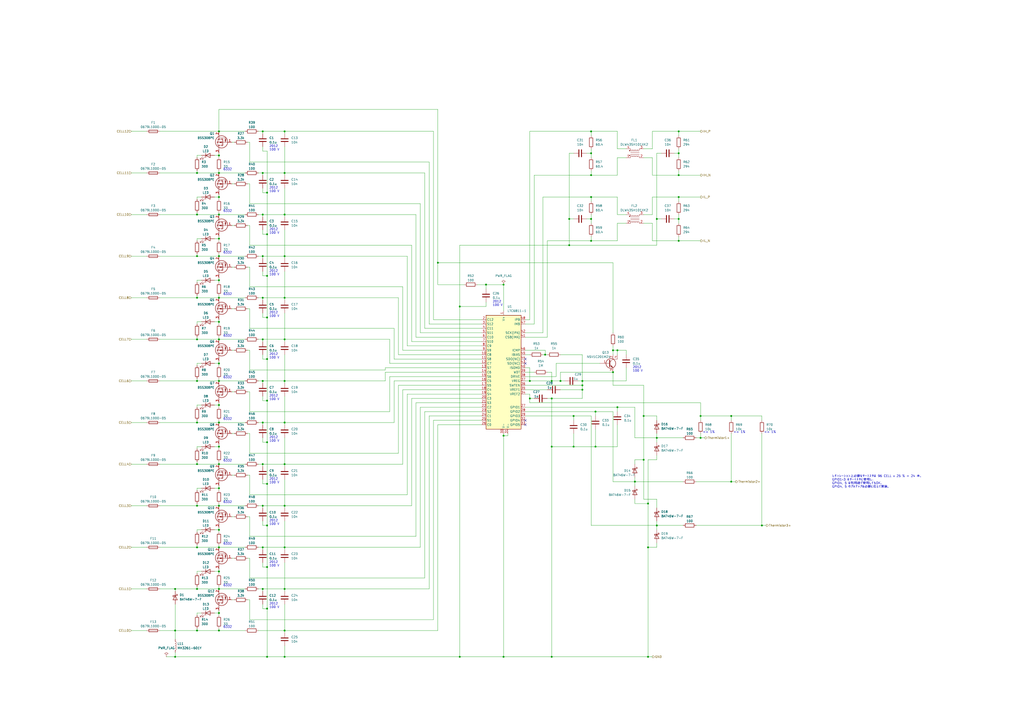
<source format=kicad_sch>
(kicad_sch (version 20230121) (generator eeschema)
  (paper "A2")
  (lib_symbols
    (symbol "Device:C" (pin_numbers hide) (pin_names (offset 0.254))
      (property "Reference" "C" (at 0.635 2.54 0))
      (property "Value" "C" (at 0.635 -2.54 0))
      (symbol "C_1_1"
        (pin passive line (at 0 3.81 270) (length 2.794) (name "~") (number "1"))
        (pin passive line (at 0 -3.81 90) (length 2.794) (name "~") (number "2"))
      )
    )
    (symbol "Device:LED" (pin_numbers hide) (pin_names (offset 1.016) hide)
      (property "Reference" "D" (at 0 2.54 0))
      (property "Value" "LED" (at 0 -2.54 0))
      (symbol "LED_1_1"
        (pin passive line (at -3.81 0 0) (length 2.54) (name "K") (number "1"))
        (pin passive line (at 3.81 0 180) (length 2.54) (name "A") (number "2"))
      )
    )
    (symbol "Device:R" (pin_numbers hide) (pin_names (offset 0))
      (property "Reference" "R" (at 2.032 0 90))
      (property "Value" "R" (at 0 0 90))
      (symbol "R_1_1"
        (pin passive line (at 0 3.81 270) (length 1.27) (name "~") (number "1"))
        (pin passive line (at 0 -3.81 90) (length 1.27) (name "~") (number "2"))
      )
    )
    (symbol "ProjectEV:BatteryManagement_LTC6811-1"
      (property "Reference" "U" (at -10.16 34.29 0))
      (property "Value" "LTC6811-1" (at -16.51 -34.29 0))
      (symbol "BatteryManagement_LTC6811-1_1_1"
        (pin power_in line (at 0 35.56 270) (length 2.54) (name "V+") (number "1"))
        (pin input line (at -12.7 10.16 0) (length 2.54) (name "C8") (number "10"))
        (pin bidirectional line (at -12.7 7.62 0) (length 2.54) (name "S8") (number "11"))
        (pin input line (at -12.7 5.08 0) (length 2.54) (name "C7") (number "12"))
        (pin bidirectional line (at -12.7 2.54 0) (length 2.54) (name "S7") (number "13"))
        (pin input line (at -12.7 0 0) (length 2.54) (name "C6") (number "14"))
        (pin bidirectional line (at -12.7 -2.54 0) (length 2.54) (name "S6") (number "15"))
        (pin input line (at -12.7 -5.08 0) (length 2.54) (name "C5") (number "16"))
        (pin bidirectional line (at -12.7 -7.62 0) (length 2.54) (name "S5") (number "17"))
        (pin input line (at -12.7 -10.16 0) (length 2.54) (name "C4") (number "18"))
        (pin bidirectional line (at -12.7 -12.7 0) (length 2.54) (name "S4") (number "19"))
        (pin input line (at -12.7 30.48 0) (length 2.54) (name "C12") (number "2"))
        (pin input line (at -12.7 -15.24 0) (length 2.54) (name "C3") (number "20"))
        (pin bidirectional line (at -12.7 -17.78 0) (length 2.54) (name "S3") (number "21"))
        (pin input line (at -12.7 -20.32 0) (length 2.54) (name "C2") (number "22"))
        (pin bidirectional line (at -12.7 -22.86 0) (length 2.54) (name "S2") (number "23"))
        (pin input line (at -12.7 -25.4 0) (length 2.54) (name "C1") (number "24"))
        (pin bidirectional line (at -12.7 -27.94 0) (length 2.54) (name "S1") (number "25"))
        (pin input line (at -12.7 -30.48 0) (length 2.54) (name "C0") (number "26"))
        (pin bidirectional line (at 12.7 -20.32 180) (length 2.54) (name "GPIO1") (number "27"))
        (pin bidirectional line (at 12.7 -22.86 180) (length 2.54) (name "GPIO2") (number "28"))
        (pin bidirectional line (at 12.7 -25.4 180) (length 2.54) (name "GPIO3") (number "29"))
        (pin bidirectional line (at -12.7 27.94 0) (length 2.54) (name "S12") (number "3"))
        (pin passive line (at 0 -35.56 90) (length 2.54) (name "V-") (number "30"))
        (pin passive line (at 2.54 -35.56 90) (length 2.54) (name "V-") (number "31"))
        (pin bidirectional line (at 12.7 -27.94 180) (length 2.54) (name "GPIO4") (number "32"))
        (pin bidirectional line (at 12.7 -30.48 180) (length 2.54) (name "GPIO5") (number "33"))
        (pin output line (at 12.7 -12.7 180) (length 2.54) (name "VREF2") (number "34"))
        (pin output line (at 12.7 -10.16 180) (length 2.54) (name "VREF1") (number "35"))
        (pin input line (at 12.7 -7.62 180) (length 2.54) (name "SWTEN") (number "36"))
        (pin input line (at 12.7 -5.08 180) (length 2.54) (name "VREG") (number "37"))
        (pin output line (at 12.7 -2.54 180) (length 2.54) (name "DRIVE") (number "38"))
        (pin output line (at 12.7 0 180) (length 2.54) (name "WDT") (number "39"))
        (pin input line (at -12.7 25.4 0) (length 2.54) (name "C11") (number "4"))
        (pin input line (at 12.7 2.54 180) (length 2.54) (name "ISOMD") (number "40"))
        (pin bidirectional line (at 12.7 20.32 180) (length 2.54) (name "CSB(IMA)") (number "41"))
        (pin bidirectional line (at 12.7 22.86 180) (length 2.54) (name "SCK(IPA)") (number "42"))
        (pin input line (at 12.7 5.08 180) (length 2.54) (name "SDI(NC)") (number "43"))
        (pin open_collector line (at 12.7 7.62 180) (length 2.54) (name "SDO(NC)") (number "44"))
        (pin passive line (at 12.7 10.16 180) (length 2.54) (name "IBIAS") (number "45"))
        (pin passive line (at 12.7 12.7 180) (length 2.54) (name "ICMP") (number "46"))
        (pin bidirectional line (at 12.7 27.94 180) (length 2.54) (name "IMB") (number "47"))
        (pin bidirectional line (at 12.7 30.48 180) (length 2.54) (name "IPB") (number "48"))
        (pin bidirectional line (at -12.7 22.86 0) (length 2.54) (name "S11") (number "5"))
        (pin input line (at -12.7 20.32 0) (length 2.54) (name "C10") (number "6"))
        (pin bidirectional line (at -12.7 17.78 0) (length 2.54) (name "S10") (number "7"))
        (pin input line (at -12.7 15.24 0) (length 2.54) (name "C9") (number "8"))
        (pin bidirectional line (at -12.7 12.7 0) (length 2.54) (name "S9") (number "9"))
      )
    )
    (symbol "ProjectEV:CommonModeChoke_DLW43SH101" (pin_names (offset 0.254) hide)
      (property "Reference" "FL" (at 0 4.445 0))
      (property "Value" "DLW43SH101" (at 0 -4.445 0))
      (symbol "CommonModeChoke_DLW43SH101_1_1"
        (pin passive line (at -5.08 -2.54 0) (length 2.54) (name "1") (number "1"))
        (pin passive line (at 5.08 -2.54 180) (length 2.54) (name "2") (number "2"))
        (pin passive line (at 5.08 2.54 180) (length 2.54) (name "3") (number "3"))
        (pin passive line (at -5.08 2.54 0) (length 2.54) (name "4") (number "4"))
      )
    )
    (symbol "ProjectEV:D_BAT46W-7-F" (pin_numbers hide) (pin_names (offset 1.016) hide)
      (property "Reference" "D" (at 0 2.54 0))
      (property "Value" "BAT46W-7-F" (at 0 -2.54 0))
      (symbol "D_BAT46W-7-F_1_1"
        (pin passive line (at -3.81 0 0) (length 2.54) (name "K") (number "1"))
        (pin passive line (at 3.81 0 180) (length 2.54) (name "A") (number "2"))
      )
    )
    (symbol "ProjectEV:Fuse_0679L1000-05" (pin_numbers hide) (pin_names (offset 0))
      (property "Reference" "F" (at 2.032 0 90))
      (property "Value" "0679L1000-05" (at -1.905 0 90))
      (symbol "Fuse_0679L1000-05_1_1"
        (pin passive line (at 0 3.81 270) (length 1.27) (name "~") (number "1"))
        (pin passive line (at 0 -3.81 90) (length 1.27) (name "~") (number "2"))
      )
    )
    (symbol "ProjectEV:L_MH3261" (pin_numbers hide) (pin_names (offset 1.016) hide)
      (property "Reference" "L" (at -1.27 0 90))
      (property "Value" "MH3261" (at 1.905 0 90))
      (symbol "L_MH3261_1_1"
        (pin passive line (at 0 3.81 270) (length 1.27) (name "1") (number "1"))
        (pin passive line (at 0 -3.81 90) (length 1.27) (name "2") (number "2"))
      )
    )
    (symbol "ProjectEV:Transistor_BSS308PE" (pin_names (offset 0) hide)
      (property "Reference" "Q" (at 5.08 1.27 0))
      (property "Value" "BSS308PE" (at 5.08 -1.27 0))
      (symbol "Transistor_BSS308PE_1_1"
        (pin input line (at -5.08 0 0) (length 2.54) (name "G") (number "1"))
        (pin passive line (at 2.54 -6.35 90) (length 2.54) (name "S") (number "2"))
        (pin passive line (at 2.54 6.35 270) (length 2.54) (name "D") (number "3"))
      )
    )
    (symbol "ProjectEV:Transistor_NSV1C201MZ4" (pin_names (offset 0) hide)
      (property "Reference" "Q" (at 5.08 1.27 0))
      (property "Value" "NSV1C201MZ4" (at 5.08 -1.27 0))
      (symbol "Transistor_NSV1C201MZ4_1_1"
        (pin passive line (at -5.08 0 0) (length 5.715) (name "B") (number "1"))
        (pin passive line (at 2.54 5.08 270) (length 2.54) (name "C") (number "2"))
        (pin passive line (at 2.54 -5.08 90) (length 2.54) (name "E") (number "3"))
        (pin passive line (at 5.08 5.08 270) (length 2.54) (name "C") (number "4"))
      )
    )
    (symbol "power:PWR_FLAG" (power) (pin_numbers hide) (pin_names (offset 0) hide)
      (property "Value" "PWR_FLAG" (at 0 3.81 0))
      (symbol "PWR_FLAG_0_0"
        (pin power_out line (at 0 0 90) (length 0) (name "pwr") (number "1"))
      )
    )
  )
  (junction (at 373.38 266.7))
  (junction (at 358.14 203.2))
  (junction (at 127 148.59))
  (junction (at 127 331.47))
  (junction (at 330.2 127))
  (junction (at 114.3 341.63))
  (junction (at 154.94 135.89))
  (junction (at 165.1 148.59))
  (junction (at 127 307.34))
  (junction (at 337.82 223.52))
  (junction (at 154.94 304.8))
  (junction (at 254 152.4))
  (junction (at 165.1 245.11))
  (junction (at 355.6 215.9))
  (junction (at 165.1 196.85))
  (junction (at 127 114.3))
  (junction (at 127 341.63))
  (junction (at 127 172.72))
  (junction (at 127 365.76))
  (junction (at 424.18 241.3))
  (junction (at 127 283.21))
  (junction (at 127 269.24))
  (junction (at 373.38 241.3))
  (junction (at 154.94 184.15))
  (junction (at 330.2 142.24))
  (junction (at 320.04 220.98))
  (junction (at 375.92 317.5))
  (junction (at 165.1 365.76))
  (junction (at 342.9 76.2))
  (junction (at 165.1 100.33))
  (junction (at 127 90.17))
  (junction (at 406.4 254))
  (junction (at 165.1 317.5))
  (junction (at 127 124.46))
  (junction (at 342.9 127))
  (junction (at 114.3 196.85))
  (junction (at 393.7 114.3))
  (junction (at 127 76.2))
  (junction (at 292.1 252.73))
  (junction (at 127 293.37))
  (junction (at 337.82 220.98))
  (junction (at 154.94 208.28))
  (junction (at 307.34 231.14))
  (junction (at 342.9 114.3))
  (junction (at 127 186.69))
  (junction (at 127 138.43))
  (junction (at 152.4 341.63))
  (junction (at 152.4 172.72))
  (junction (at 320.04 381))
  (junction (at 320.04 259.08))
  (junction (at 393.7 76.2))
  (junction (at 154.94 160.02))
  (junction (at 165.1 124.46))
  (junction (at 337.82 226.06))
  (junction (at 393.7 101.6))
  (junction (at 342.9 101.6))
  (junction (at 368.3 279.4))
  (junction (at 152.4 124.46))
  (junction (at 375.92 292.1))
  (junction (at 393.7 88.9))
  (junction (at 127 317.5))
  (junction (at 127 210.82))
  (junction (at 154.94 280.67))
  (junction (at 154.94 381))
  (junction (at 325.12 220.98))
  (junction (at 406.4 241.3))
  (junction (at 127 259.08))
  (junction (at 393.7 139.7))
  (junction (at 152.4 269.24))
  (junction (at 345.44 238.76))
  (junction (at 355.6 203.2))
  (junction (at 127 162.56))
  (junction (at 152.4 220.98))
  (junction (at 165.1 172.72))
  (junction (at 154.94 256.54))
  (junction (at 114.3 148.59))
  (junction (at 292.1 165.1))
  (junction (at 381 254))
  (junction (at 165.1 341.63))
  (junction (at 127 234.95))
  (junction (at 114.3 365.76))
  (junction (at 152.4 100.33))
  (junction (at 266.7 381))
  (junction (at 345.44 259.08))
  (junction (at 114.3 293.37))
  (junction (at 307.34 220.98))
  (junction (at 165.1 76.2))
  (junction (at 152.4 148.59))
  (junction (at 154.94 328.93))
  (junction (at 114.3 269.24))
  (junction (at 332.74 259.08))
  (junction (at 165.1 381))
  (junction (at 114.3 100.33))
  (junction (at 152.4 317.5))
  (junction (at 165.1 220.98))
  (junction (at 114.3 172.72))
  (junction (at 332.74 241.3))
  (junction (at 165.1 269.24))
  (junction (at 114.3 317.5))
  (junction (at 152.4 196.85))
  (junction (at 152.4 245.11))
  (junction (at 127 245.11))
  (junction (at 342.9 88.9))
  (junction (at 127 220.98))
  (junction (at 424.18 279.4))
  (junction (at 114.3 245.11))
  (junction (at 266.7 177.8))
  (junction (at 154.94 353.06))
  (junction (at 316.23 205.74))
  (junction (at 441.96 304.8))
  (junction (at 154.94 232.41))
  (junction (at 152.4 76.2))
  (junction (at 127 196.85))
  (junction (at 101.6 341.63))
  (junction (at 165.1 293.37))
  (junction (at 381 127))
  (junction (at 281.94 165.1))
  (junction (at 393.7 127))
  (junction (at 101.6 381))
  (junction (at 114.3 124.46))
  (junction (at 101.6 365.76))
  (junction (at 381 304.8))
  (junction (at 114.3 220.98))
  (junction (at 292.1 381))
  (junction (at 342.9 139.7))
  (junction (at 320.04 231.14))
  (junction (at 358.14 236.22))
  (junction (at 127 100.33))
  (junction (at 375.92 381))
  (junction (at 127 355.6))
  (junction (at 154.94 111.76))
  (junction (at 152.4 293.37))
  (no_connect (at 304.8 243.84))
  (no_connect (at 304.8 210.82))
  (no_connect (at 304.8 208.28))
  (no_connect (at 304.8 246.38))
  (wire (pts (xy 231.14 172.72) (xy 165.1 172.72)))
  (wire (pts (xy 241.3 233.68) (xy 279.4 233.68)))
  (wire (pts (xy 375.92 381) (xy 378.46 381)))
  (wire (pts (xy 393.7 139.7) (xy 406.4 139.7)))
  (wire (pts (xy 342.9 88.9) (xy 342.9 91.44)))
  (wire (pts (xy 152.4 109.22) (xy 152.4 111.76)))
  (wire (pts (xy 342.9 76.2) (xy 358.14 76.2)))
  (wire (pts (xy 127 172.72) (xy 142.24 172.72)))
  (wire (pts (xy 378.46 76.2) (xy 393.7 76.2)))
  (wire (pts (xy 381 304.8) (xy 381 307.34)))
  (wire (pts (xy 149.86 245.11) (xy 152.4 245.11)))
  (wire (pts (xy 251.46 359.41) (xy 251.46 243.84)))
  (wire (pts (xy 127 76.2) (xy 127 63.5)))
  (wire (pts (xy 92.71 76.2) (xy 127 76.2)))
  (wire (pts (xy 266.7 177.8) (xy 266.7 381)))
  (wire (pts (xy 152.4 220.98) (xy 152.4 222.25)))
  (wire (pts (xy 144.78 179.07) (xy 144.78 190.5)))
  (wire (pts (xy 144.78 190.5) (xy 228.6 190.5)))
  (wire (pts (xy 381 254) (xy 396.24 254)))
  (wire (pts (xy 165.1 293.37) (xy 165.1 294.64)))
  (wire (pts (xy 152.4 172.72) (xy 152.4 173.99)))
  (wire (pts (xy 127 341.63) (xy 127 340.36)))
  (wire (pts (xy 152.4 353.06) (xy 154.94 353.06)))
  (wire (pts (xy 223.52 213.36) (xy 279.4 213.36)))
  (wire (pts (xy 134.62 275.59) (xy 135.89 275.59)))
  (wire (pts (xy 424.18 251.46) (xy 424.18 279.4)))
  (wire (pts (xy 292.1 252.73) (xy 292.1 381)))
  (wire (pts (xy 127 365.76) (xy 142.24 365.76)))
  (wire (pts (xy 152.4 278.13) (xy 152.4 280.67)))
  (wire (pts (xy 127 185.42) (xy 127 186.69)))
  (wire (pts (xy 143.51 106.68) (xy 144.78 106.68)))
  (wire (pts (xy 378.46 101.6) (xy 378.46 91.44)))
  (wire (pts (xy 226.06 218.44) (xy 279.4 218.44)))
  (wire (pts (xy 127 124.46) (xy 127 123.19)))
  (wire (pts (xy 114.3 267.97) (xy 114.3 269.24)))
  (wire (pts (xy 381 251.46) (xy 381 254)))
  (wire (pts (xy 228.6 220.98) (xy 228.6 245.11)))
  (wire (pts (xy 124.46 307.34) (xy 127 307.34)))
  (wire (pts (xy 393.7 124.46) (xy 393.7 127)))
  (wire (pts (xy 144.78 347.98) (xy 144.78 359.41)))
  (wire (pts (xy 248.92 187.96) (xy 279.4 187.96)))
  (wire (pts (xy 307.34 213.36) (xy 307.34 220.98)))
  (wire (pts (xy 165.1 220.98) (xy 165.1 222.25)))
  (wire (pts (xy 124.46 259.08) (xy 127 259.08)))
  (wire (pts (xy 342.9 124.46) (xy 342.9 127)))
  (wire (pts (xy 246.38 100.33) (xy 165.1 100.33)))
  (wire (pts (xy 292.1 381) (xy 266.7 381)))
  (wire (pts (xy 363.22 213.36) (xy 363.22 220.98)))
  (wire (pts (xy 337.82 220.98) (xy 363.22 220.98)))
  (wire (pts (xy 325.12 220.98) (xy 327.66 220.98)))
  (wire (pts (xy 441.96 241.3) (xy 441.96 243.84)))
  (wire (pts (xy 127 245.11) (xy 142.24 245.11)))
  (wire (pts (xy 152.4 160.02) (xy 154.94 160.02)))
  (wire (pts (xy 391.16 88.9) (xy 393.7 88.9)))
  (wire (pts (xy 165.1 245.11) (xy 228.6 245.11)))
  (wire (pts (xy 406.4 241.3) (xy 406.4 243.84)))
  (wire (pts (xy 149.86 365.76) (xy 165.1 365.76)))
  (wire (pts (xy 114.3 364.49) (xy 114.3 365.76)))
  (wire (pts (xy 165.1 181.61) (xy 165.1 196.85)))
  (wire (pts (xy 381 142.24) (xy 330.2 142.24)))
  (wire (pts (xy 332.74 241.3) (xy 332.74 243.84)))
  (wire (pts (xy 355.6 203.2) (xy 355.6 205.74)))
  (wire (pts (xy 325.12 205.74) (xy 337.82 205.74)))
  (wire (pts (xy 152.4 245.11) (xy 165.1 245.11)))
  (wire (pts (xy 358.14 129.54) (xy 363.22 129.54)))
  (wire (pts (xy 165.1 365.76) (xy 165.1 350.52)))
  (wire (pts (xy 165.1 269.24) (xy 165.1 270.51)))
  (wire (pts (xy 316.23 203.2) (xy 316.23 205.74)))
  (wire (pts (xy 96.52 381) (xy 101.6 381)))
  (wire (pts (xy 165.1 326.39) (xy 165.1 341.63)))
  (wire (pts (xy 233.68 203.2) (xy 279.4 203.2)))
  (wire (pts (xy 154.94 328.93) (xy 154.94 353.06)))
  (wire (pts (xy 143.51 179.07) (xy 144.78 179.07)))
  (wire (pts (xy 403.86 279.4) (xy 424.18 279.4)))
  (wire (pts (xy 114.3 341.63) (xy 127 341.63)))
  (wire (pts (xy 114.3 220.98) (xy 127 220.98)))
  (wire (pts (xy 127 257.81) (xy 127 259.08)))
  (wire (pts (xy 143.51 323.85) (xy 144.78 323.85)))
  (wire (pts (xy 358.14 139.7) (xy 358.14 129.54)))
  (wire (pts (xy 144.78 142.24) (xy 238.76 142.24)))
  (wire (pts (xy 76.2 100.33) (xy 85.09 100.33)))
  (wire (pts (xy 149.86 269.24) (xy 152.4 269.24)))
  (wire (pts (xy 345.44 259.08) (xy 358.14 259.08)))
  (wire (pts (xy 149.86 148.59) (xy 152.4 148.59)))
  (wire (pts (xy 381 266.7) (xy 375.92 266.7)))
  (wire (pts (xy 114.3 259.08) (xy 114.3 260.35)))
  (wire (pts (xy 335.28 220.98) (xy 337.82 220.98)))
  (wire (pts (xy 144.78 311.15) (xy 241.3 311.15)))
  (wire (pts (xy 154.94 111.76) (xy 152.4 111.76)))
  (wire (pts (xy 152.4 256.54) (xy 154.94 256.54)))
  (wire (pts (xy 223.52 214.63) (xy 223.52 213.36)))
  (wire (pts (xy 127 269.24) (xy 127 267.97)))
  (wire (pts (xy 152.4 172.72) (xy 165.1 172.72)))
  (wire (pts (xy 114.3 234.95) (xy 114.3 236.22)))
  (wire (pts (xy 246.38 238.76) (xy 279.4 238.76)))
  (wire (pts (xy 152.4 148.59) (xy 152.4 149.86)))
  (wire (pts (xy 228.6 208.28) (xy 279.4 208.28)))
  (wire (pts (xy 381 289.56) (xy 381 294.64)))
  (wire (pts (xy 337.82 226.06) (xy 337.82 231.14)))
  (wire (pts (xy 320.04 215.9) (xy 320.04 220.98)))
  (wire (pts (xy 381 127) (xy 381 142.24)))
  (wire (pts (xy 342.9 86.36) (xy 342.9 88.9)))
  (wire (pts (xy 393.7 88.9) (xy 393.7 91.44)))
  (wire (pts (xy 144.78 359.41) (xy 251.46 359.41)))
  (wire (pts (xy 152.4 293.37) (xy 152.4 294.64)))
  (wire (pts (xy 116.84 283.21) (xy 114.3 283.21)))
  (wire (pts (xy 307.34 185.42) (xy 307.34 76.2)))
  (wire (pts (xy 358.14 203.2) (xy 363.22 203.2)))
  (wire (pts (xy 124.46 162.56) (xy 127 162.56)))
  (wire (pts (xy 355.6 200.66) (xy 355.6 203.2)))
  (wire (pts (xy 127 365.76) (xy 127 364.49)))
  (wire (pts (xy 143.51 203.2) (xy 144.78 203.2)))
  (wire (pts (xy 144.78 93.98) (xy 248.92 93.98)))
  (wire (pts (xy 441.96 304.8) (xy 444.5 304.8)))
  (wire (pts (xy 314.96 114.3) (xy 342.9 114.3)))
  (wire (pts (xy 165.1 124.46) (xy 165.1 125.73)))
  (wire (pts (xy 116.84 259.08) (xy 114.3 259.08)))
  (wire (pts (xy 114.3 293.37) (xy 127 293.37)))
  (wire (pts (xy 393.7 114.3) (xy 393.7 116.84)))
  (wire (pts (xy 330.2 88.9) (xy 332.74 88.9)))
  (wire (pts (xy 92.71 196.85) (xy 114.3 196.85)))
  (wire (pts (xy 152.4 181.61) (xy 152.4 184.15)))
  (wire (pts (xy 152.4 87.63) (xy 154.94 87.63)))
  (wire (pts (xy 114.3 340.36) (xy 114.3 341.63)))
  (wire (pts (xy 143.51 299.72) (xy 144.78 299.72)))
  (wire (pts (xy 307.34 231.14) (xy 309.88 231.14)))
  (wire (pts (xy 241.3 311.15) (xy 241.3 233.68)))
  (wire (pts (xy 279.4 215.9) (xy 223.52 215.9)))
  (wire (pts (xy 154.94 232.41) (xy 154.94 256.54)))
  (wire (pts (xy 165.1 254) (xy 165.1 269.24)))
  (wire (pts (xy 304.8 203.2) (xy 316.23 203.2)))
  (wire (pts (xy 304.8 193.04) (xy 314.96 193.04)))
  (wire (pts (xy 154.94 280.67) (xy 154.94 304.8)))
  (wire (pts (xy 152.4 269.24) (xy 152.4 270.51)))
  (wire (pts (xy 134.62 227.33) (xy 135.89 227.33)))
  (wire (pts (xy 337.82 223.52) (xy 337.82 220.98)))
  (wire (pts (xy 279.4 246.38) (xy 254 246.38)))
  (wire (pts (xy 124.46 138.43) (xy 127 138.43)))
  (wire (pts (xy 101.6 350.52) (xy 101.6 365.76)))
  (wire (pts (xy 116.84 162.56) (xy 114.3 162.56)))
  (wire (pts (xy 373.38 86.36) (xy 378.46 86.36)))
  (wire (pts (xy 373.38 223.52) (xy 373.38 241.3)))
  (wire (pts (xy 124.46 210.82) (xy 127 210.82)))
  (wire (pts (xy 342.9 304.8) (xy 342.9 241.3)))
  (wire (pts (xy 154.94 87.63) (xy 154.94 111.76)))
  (wire (pts (xy 248.92 93.98) (xy 248.92 187.96)))
  (wire (pts (xy 114.3 331.47) (xy 114.3 332.74)))
  (wire (pts (xy 373.38 241.3) (xy 373.38 266.7)))
  (wire (pts (xy 373.38 266.7) (xy 368.3 266.7)))
  (wire (pts (xy 381 314.96) (xy 381 317.5)))
  (wire (pts (xy 355.6 279.4) (xy 355.6 238.76)))
  (wire (pts (xy 92.71 124.46) (xy 114.3 124.46)))
  (wire (pts (xy 116.84 90.17) (xy 114.3 90.17)))
  (wire (pts (xy 134.62 299.72) (xy 135.89 299.72)))
  (wire (pts (xy 114.3 307.34) (xy 114.3 308.61)))
  (wire (pts (xy 152.4 208.28) (xy 154.94 208.28)))
  (wire (pts (xy 152.4 341.63) (xy 152.4 342.9)))
  (wire (pts (xy 165.1 148.59) (xy 165.1 149.86)))
  (wire (pts (xy 76.2 293.37) (xy 85.09 293.37)))
  (wire (pts (xy 330.2 142.24) (xy 266.7 142.24)))
  (wire (pts (xy 152.4 280.67) (xy 154.94 280.67)))
  (wire (pts (xy 127 114.3) (xy 127 115.57)))
  (wire (pts (xy 254 63.5) (xy 254 152.4)))
  (wire (pts (xy 101.6 365.76) (xy 101.6 370.84)))
  (wire (pts (xy 127 259.08) (xy 127 260.35)))
  (wire (pts (xy 355.6 152.4) (xy 254 152.4)))
  (wire (pts (xy 254 152.4) (xy 254 165.1)))
  (wire (pts (xy 165.1 76.2) (xy 165.1 77.47)))
  (wire (pts (xy 152.4 326.39) (xy 152.4 328.93)))
  (wire (pts (xy 143.51 82.55) (xy 144.78 82.55)))
  (wire (pts (xy 134.62 154.94) (xy 135.89 154.94)))
  (wire (pts (xy 358.14 246.38) (xy 358.14 259.08)))
  (wire (pts (xy 152.4 196.85) (xy 152.4 198.12)))
  (wire (pts (xy 127 307.34) (xy 127 308.61)))
  (wire (pts (xy 116.84 355.6) (xy 114.3 355.6)))
  (wire (pts (xy 358.14 86.36) (xy 363.22 86.36)))
  (wire (pts (xy 304.8 187.96) (xy 309.88 187.96)))
  (wire (pts (xy 294.64 251.46) (xy 294.64 252.73)))
  (wire (pts (xy 342.9 99.06) (xy 342.9 101.6)))
  (wire (pts (xy 304.8 215.9) (xy 309.88 215.9)))
  (wire (pts (xy 124.46 90.17) (xy 127 90.17)))
  (wire (pts (xy 149.86 172.72) (xy 152.4 172.72)))
  (wire (pts (xy 342.9 114.3) (xy 358.14 114.3)))
  (wire (pts (xy 76.2 220.98) (xy 85.09 220.98)))
  (wire (pts (xy 116.84 114.3) (xy 114.3 114.3)))
  (wire (pts (xy 152.4 76.2) (xy 165.1 76.2)))
  (wire (pts (xy 320.04 259.08) (xy 320.04 381)))
  (wire (pts (xy 134.62 347.98) (xy 135.89 347.98)))
  (wire (pts (xy 233.68 166.37) (xy 233.68 203.2)))
  (wire (pts (xy 165.1 133.35) (xy 165.1 148.59)))
  (wire (pts (xy 127 330.2) (xy 127 331.47)))
  (wire (pts (xy 342.9 137.16) (xy 342.9 139.7)))
  (wire (pts (xy 144.78 82.55) (xy 144.78 93.98)))
  (wire (pts (xy 441.96 251.46) (xy 441.96 304.8)))
  (wire (pts (xy 127 113.03) (xy 127 114.3)))
  (wire (pts (xy 127 209.55) (xy 127 210.82)))
  (wire (pts (xy 406.4 241.3) (xy 424.18 241.3)))
  (wire (pts (xy 114.3 195.58) (xy 114.3 196.85)))
  (wire (pts (xy 114.3 172.72) (xy 127 172.72)))
  (wire (pts (xy 144.78 214.63) (xy 223.52 214.63)))
  (wire (pts (xy 320.04 231.14) (xy 337.82 231.14)))
  (wire (pts (xy 152.4 232.41) (xy 154.94 232.41)))
  (wire (pts (xy 279.4 220.98) (xy 228.6 220.98)))
  (wire (pts (xy 246.38 335.28) (xy 246.38 238.76)))
  (wire (pts (xy 92.71 172.72) (xy 114.3 172.72)))
  (wire (pts (xy 76.2 245.11) (xy 85.09 245.11)))
  (wire (pts (xy 165.1 205.74) (xy 165.1 220.98)))
  (wire (pts (xy 279.4 200.66) (xy 236.22 200.66)))
  (wire (pts (xy 393.7 76.2) (xy 406.4 76.2)))
  (wire (pts (xy 226.06 238.76) (xy 226.06 218.44)))
  (wire (pts (xy 276.86 165.1) (xy 281.94 165.1)))
  (wire (pts (xy 340.36 88.9) (xy 342.9 88.9)))
  (wire (pts (xy 281.94 165.1) (xy 292.1 165.1)))
  (wire (pts (xy 144.78 251.46) (xy 144.78 262.89)))
  (wire (pts (xy 76.2 172.72) (xy 85.09 172.72)))
  (wire (pts (xy 154.94 184.15) (xy 154.94 208.28)))
  (wire (pts (xy 165.1 100.33) (xy 165.1 101.6)))
  (wire (pts (xy 246.38 190.5) (xy 246.38 100.33)))
  (wire (pts (xy 127 269.24) (xy 142.24 269.24)))
  (wire (pts (xy 144.78 262.89) (xy 231.14 262.89)))
  (wire (pts (xy 124.46 355.6) (xy 127 355.6)))
  (wire (pts (xy 101.6 378.46) (xy 101.6 381)))
  (wire (pts (xy 342.9 114.3) (xy 342.9 116.84)))
  (wire (pts (xy 92.71 293.37) (xy 114.3 293.37)))
  (wire (pts (xy 152.4 184.15) (xy 154.94 184.15)))
  (wire (pts (xy 114.3 196.85) (xy 127 196.85)))
  (wire (pts (xy 236.22 228.6) (xy 279.4 228.6)))
  (wire (pts (xy 248.92 341.63) (xy 165.1 341.63)))
  (wire (pts (xy 124.46 283.21) (xy 127 283.21)))
  (wire (pts (xy 251.46 185.42) (xy 251.46 76.2)))
  (wire (pts (xy 355.6 215.9) (xy 355.6 223.52)))
  (wire (pts (xy 114.3 219.71) (xy 114.3 220.98)))
  (wire (pts (xy 304.8 205.74) (xy 307.34 205.74)))
  (wire (pts (xy 149.86 317.5) (xy 152.4 317.5)))
  (wire (pts (xy 314.96 193.04) (xy 314.96 114.3)))
  (wire (pts (xy 143.51 227.33) (xy 144.78 227.33)))
  (wire (pts (xy 127 100.33) (xy 127 99.06)))
  (wire (pts (xy 114.3 292.1) (xy 114.3 293.37)))
  (wire (pts (xy 393.7 76.2) (xy 393.7 78.74)))
  (wire (pts (xy 165.1 302.26) (xy 165.1 317.5)))
  (wire (pts (xy 223.52 215.9) (xy 223.52 220.98)))
  (wire (pts (xy 127 161.29) (xy 127 162.56)))
  (wire (pts (xy 114.3 316.23) (xy 114.3 317.5)))
  (wire (pts (xy 375.92 317.5) (xy 381 317.5)))
  (wire (pts (xy 355.6 223.52) (xy 373.38 223.52)))
  (wire (pts (xy 124.46 234.95) (xy 127 234.95)))
  (wire (pts (xy 92.71 100.33) (xy 114.3 100.33)))
  (wire (pts (xy 127 76.2) (xy 142.24 76.2)))
  (wire (pts (xy 342.9 127) (xy 342.9 129.54)))
  (wire (pts (xy 127 162.56) (xy 127 163.83)))
  (wire (pts (xy 279.4 195.58) (xy 241.3 195.58)))
  (wire (pts (xy 152.4 245.11) (xy 152.4 246.38)))
  (wire (pts (xy 76.2 341.63) (xy 85.09 341.63)))
  (wire (pts (xy 307.34 228.6) (xy 304.8 228.6)))
  (wire (pts (xy 381 302.26) (xy 381 304.8)))
  (wire (pts (xy 152.4 328.93) (xy 154.94 328.93)))
  (wire (pts (xy 281.94 175.26) (xy 281.94 177.8)))
  (wire (pts (xy 330.2 127) (xy 332.74 127)))
  (wire (pts (xy 165.1 374.65) (xy 165.1 381)))
  (wire (pts (xy 304.8 213.36) (xy 307.34 213.36)))
  (wire (pts (xy 381 264.16) (xy 381 266.7)))
  (wire (pts (xy 152.4 124.46) (xy 165.1 124.46)))
  (wire (pts (xy 279.4 185.42) (xy 251.46 185.42)))
  (wire (pts (xy 154.94 208.28) (xy 154.94 232.41)))
  (wire (pts (xy 393.7 101.6) (xy 406.4 101.6)))
  (wire (pts (xy 114.3 99.06) (xy 114.3 100.33)))
  (wire (pts (xy 238.76 142.24) (xy 238.76 198.12)))
  (wire (pts (xy 127 148.59) (xy 142.24 148.59)))
  (wire (pts (xy 266.7 177.8) (xy 281.94 177.8)))
  (wire (pts (xy 127 186.69) (xy 127 187.96)))
  (wire (pts (xy 114.3 186.69) (xy 114.3 187.96)))
  (wire (pts (xy 332.74 259.08) (xy 345.44 259.08)))
  (wire (pts (xy 149.86 220.98) (xy 152.4 220.98)))
  (wire (pts (xy 127 293.37) (xy 127 292.1)))
  (wire (pts (xy 241.3 195.58) (xy 241.3 124.46)))
  (wire (pts (xy 424.18 279.4) (xy 426.72 279.4)))
  (wire (pts (xy 127 331.47) (xy 127 332.74)))
  (wire (pts (xy 226.06 196.85) (xy 165.1 196.85)))
  (wire (pts (xy 127 220.98) (xy 127 219.71)))
  (wire (pts (xy 152.4 100.33) (xy 165.1 100.33)))
  (wire (pts (xy 304.8 241.3) (xy 332.74 241.3)))
  (wire (pts (xy 152.4 229.87) (xy 152.4 232.41)))
  (wire (pts (xy 114.3 148.59) (xy 127 148.59)))
  (wire (pts (xy 127 293.37) (xy 142.24 293.37)))
  (wire (pts (xy 76.2 365.76) (xy 85.09 365.76)))
  (wire (pts (xy 266.7 381) (xy 165.1 381)))
  (wire (pts (xy 396.24 279.4) (xy 368.3 279.4)))
  (wire (pts (xy 337.82 226.06) (xy 337.82 223.52)))
  (wire (pts (xy 358.14 203.2) (xy 358.14 205.74)))
  (wire (pts (xy 325.12 226.06) (xy 337.82 226.06)))
  (wire (pts (xy 144.78 238.76) (xy 226.06 238.76)))
  (wire (pts (xy 152.4 76.2) (xy 152.4 77.47)))
  (wire (pts (xy 368.3 266.7) (xy 368.3 269.24)))
  (wire (pts (xy 114.3 355.6) (xy 114.3 356.87)))
  (wire (pts (xy 149.86 293.37) (xy 152.4 293.37)))
  (wire (pts (xy 127 354.33) (xy 127 355.6)))
  (wire (pts (xy 92.71 317.5) (xy 114.3 317.5)))
  (wire (pts (xy 149.86 341.63) (xy 152.4 341.63)))
  (wire (pts (xy 76.2 124.46) (xy 85.09 124.46)))
  (wire (pts (xy 143.51 130.81) (xy 144.78 130.81)))
  (wire (pts (xy 304.8 195.58) (xy 317.5 195.58)))
  (wire (pts (xy 152.4 196.85) (xy 165.1 196.85)))
  (wire (pts (xy 152.4 317.5) (xy 152.4 318.77)))
  (wire (pts (xy 144.78 106.68) (xy 144.78 118.11)))
  (wire (pts (xy 124.46 331.47) (xy 127 331.47)))
  (wire (pts (xy 236.22 287.02) (xy 236.22 228.6)))
  (wire (pts (xy 358.14 76.2) (xy 358.14 86.36)))
  (wire (pts (xy 393.7 114.3) (xy 406.4 114.3)))
  (wire (pts (xy 154.94 381) (xy 165.1 381)))
  (wire (pts (xy 152.4 293.37) (xy 165.1 293.37)))
  (wire (pts (xy 127 148.59) (xy 127 147.32)))
  (wire (pts (xy 332.74 251.46) (xy 332.74 259.08)))
  (wire (pts (xy 114.3 210.82) (xy 114.3 212.09)))
  (wire (pts (xy 127 281.94) (xy 127 283.21)))
  (wire (pts (xy 381 289.56) (xy 373.38 289.56)))
  (wire (pts (xy 292.1 251.46) (xy 292.1 252.73)))
  (wire (pts (xy 134.62 251.46) (xy 135.89 251.46)))
  (wire (pts (xy 165.1 85.09) (xy 165.1 100.33)))
  (wire (pts (xy 233.68 269.24) (xy 165.1 269.24)))
  (wire (pts (xy 92.71 245.11) (xy 114.3 245.11)))
  (wire (pts (xy 134.62 203.2) (xy 135.89 203.2)))
  (wire (pts (xy 337.82 205.74) (xy 337.82 220.98)))
  (wire (pts (xy 149.86 196.85) (xy 152.4 196.85)))
  (wire (pts (xy 355.6 215.9) (xy 325.12 215.9)))
  (wire (pts (xy 279.4 241.3) (xy 248.92 241.3)))
  (wire (pts (xy 149.86 76.2) (xy 152.4 76.2)))
  (wire (pts (xy 340.36 127) (xy 342.9 127)))
  (wire (pts (xy 307.34 76.2) (xy 342.9 76.2)))
  (wire (pts (xy 236.22 148.59) (xy 165.1 148.59)))
  (wire (pts (xy 342.9 139.7) (xy 358.14 139.7)))
  (wire (pts (xy 304.8 223.52) (xy 337.82 223.52)))
  (wire (pts (xy 393.7 137.16) (xy 393.7 139.7)))
  (wire (pts (xy 403.86 254) (xy 406.4 254)))
  (wire (pts (xy 127 283.21) (xy 127 284.48)))
  (wire (pts (xy 406.4 254) (xy 408.94 254)))
  (wire (pts (xy 154.94 135.89) (xy 154.94 160.02)))
  (wire (pts (xy 320.04 231.14) (xy 320.04 259.08)))
  (wire (pts (xy 381 88.9) (xy 381 127)))
  (wire (pts (xy 358.14 236.22) (xy 358.14 238.76)))
  (wire (pts (xy 127 210.82) (xy 127 212.09)))
  (wire (pts (xy 149.86 100.33) (xy 152.4 100.33)))
  (wire (pts (xy 76.2 148.59) (xy 85.09 148.59)))
  (wire (pts (xy 317.5 139.7) (xy 317.5 195.58)))
  (wire (pts (xy 254 246.38) (xy 254 365.76)))
  (wire (pts (xy 279.4 231.14) (xy 238.76 231.14)))
  (wire (pts (xy 144.78 299.72) (xy 144.78 311.15)))
  (wire (pts (xy 144.78 118.11) (xy 243.84 118.11)))
  (wire (pts (xy 279.4 210.82) (xy 226.06 210.82)))
  (wire (pts (xy 292.1 165.1) (xy 292.1 180.34)))
  (wire (pts (xy 325.12 215.9) (xy 325.12 220.98)))
  (wire (pts (xy 228.6 190.5) (xy 228.6 208.28)))
  (wire (pts (xy 152.4 124.46) (xy 152.4 125.73)))
  (wire (pts (xy 152.4 135.89) (xy 154.94 135.89)))
  (wire (pts (xy 292.1 381) (xy 320.04 381)))
  (wire (pts (xy 330.2 127) (xy 330.2 88.9)))
  (wire (pts (xy 279.4 190.5) (xy 246.38 190.5)))
  (wire (pts (xy 320.04 220.98) (xy 325.12 220.98)))
  (wire (pts (xy 114.3 317.5) (xy 127 317.5)))
  (wire (pts (xy 378.46 91.44) (xy 373.38 91.44)))
  (wire (pts (xy 391.16 127) (xy 393.7 127)))
  (wire (pts (xy 363.22 205.74) (xy 363.22 203.2)))
  (wire (pts (xy 114.3 147.32) (xy 114.3 148.59)))
  (wire (pts (xy 134.62 130.81) (xy 135.89 130.81)))
  (wire (pts (xy 152.4 85.09) (xy 152.4 87.63)))
  (wire (pts (xy 152.4 254) (xy 152.4 256.54)))
  (wire (pts (xy 378.46 86.36) (xy 378.46 76.2)))
  (wire (pts (xy 345.44 238.76) (xy 345.44 241.3)))
  (wire (pts (xy 152.4 302.26) (xy 152.4 304.8)))
  (wire (pts (xy 76.2 76.2) (xy 85.09 76.2)))
  (wire (pts (xy 231.14 205.74) (xy 231.14 172.72)))
  (wire (pts (xy 251.46 76.2) (xy 165.1 76.2)))
  (wire (pts (xy 152.4 341.63) (xy 165.1 341.63)))
  (wire (pts (xy 101.6 381) (xy 154.94 381)))
  (wire (pts (xy 396.24 304.8) (xy 381 304.8)))
  (wire (pts (xy 114.3 114.3) (xy 114.3 115.57)))
  (wire (pts (xy 314.96 205.74) (xy 316.23 205.74)))
  (wire (pts (xy 101.6 342.9) (xy 101.6 341.63)))
  (wire (pts (xy 358.14 114.3) (xy 358.14 124.46)))
  (wire (pts (xy 316.23 205.74) (xy 317.5 205.74)))
  (wire (pts (xy 238.76 198.12) (xy 279.4 198.12)))
  (wire (pts (xy 143.51 347.98) (xy 144.78 347.98)))
  (wire (pts (xy 114.3 283.21) (xy 114.3 284.48)))
  (wire (pts (xy 92.71 220.98) (xy 114.3 220.98)))
  (wire (pts (xy 92.71 269.24) (xy 114.3 269.24)))
  (wire (pts (xy 76.2 269.24) (xy 85.09 269.24)))
  (wire (pts (xy 266.7 142.24) (xy 266.7 177.8)))
  (wire (pts (xy 254 365.76) (xy 165.1 365.76)))
  (wire (pts (xy 114.3 162.56) (xy 114.3 163.83)))
  (wire (pts (xy 381 88.9) (xy 383.54 88.9)))
  (wire (pts (xy 114.3 90.17) (xy 114.3 91.44)))
  (wire (pts (xy 358.14 101.6) (xy 358.14 91.44)))
  (wire (pts (xy 114.3 269.24) (xy 127 269.24)))
  (wire (pts (xy 378.46 114.3) (xy 393.7 114.3)))
  (wire (pts (xy 127 88.9) (xy 127 90.17)))
  (wire (pts (xy 127 317.5) (xy 127 316.23)))
  (wire (pts (xy 154.94 256.54) (xy 154.94 280.67)))
  (wire (pts (xy 152.4 157.48) (xy 152.4 160.02)))
  (wire (pts (xy 373.38 241.3) (xy 381 241.3)))
  (wire (pts (xy 307.34 220.98) (xy 320.04 220.98)))
  (wire (pts (xy 375.92 266.7) (xy 375.92 292.1)))
  (wire (pts (xy 368.3 276.86) (xy 368.3 279.4)))
  (wire (pts (xy 254 165.1) (xy 269.24 165.1)))
  (wire (pts (xy 304.8 226.06) (xy 317.5 226.06)))
  (wire (pts (xy 127 355.6) (xy 127 356.87)))
  (wire (pts (xy 127 63.5) (xy 254 63.5)))
  (wire (pts (xy 134.62 179.07) (xy 135.89 179.07)))
  (wire (pts (xy 342.9 101.6) (xy 358.14 101.6)))
  (wire (pts (xy 134.62 82.55) (xy 135.89 82.55)))
  (wire (pts (xy 375.92 317.5) (xy 375.92 381)))
  (wire (pts (xy 317.5 215.9) (xy 320.04 215.9)))
  (wire (pts (xy 236.22 200.66) (xy 236.22 148.59)))
  (wire (pts (xy 149.86 124.46) (xy 152.4 124.46)))
  (wire (pts (xy 355.6 238.76) (xy 345.44 238.76)))
  (wire (pts (xy 368.3 236.22) (xy 358.14 236.22)))
  (wire (pts (xy 368.3 279.4) (xy 368.3 281.94)))
  (wire (pts (xy 243.84 236.22) (xy 243.84 317.5)))
  (wire (pts (xy 154.94 353.06) (xy 154.94 381)))
  (wire (pts (xy 144.78 203.2) (xy 144.78 214.63)))
  (wire (pts (xy 116.84 186.69) (xy 114.3 186.69)))
  (wire (pts (xy 251.46 243.84) (xy 279.4 243.84)))
  (wire (pts (xy 330.2 142.24) (xy 330.2 127)))
  (wire (pts (xy 307.34 233.68) (xy 406.4 233.68)))
  (wire (pts (xy 165.1 196.85) (xy 165.1 198.12)))
  (wire (pts (xy 322.58 210.82) (xy 347.98 210.82)))
  (wire (pts (xy 368.3 292.1) (xy 375.92 292.1)))
  (wire (pts (xy 127 341.63) (xy 142.24 341.63)))
  (wire (pts (xy 134.62 106.68) (xy 135.89 106.68)))
  (wire (pts (xy 127 234.95) (xy 127 236.22)))
  (wire (pts (xy 143.51 275.59) (xy 144.78 275.59)))
  (wire (pts (xy 165.1 317.5) (xy 165.1 318.77)))
  (wire (pts (xy 279.4 205.74) (xy 231.14 205.74)))
  (wire (pts (xy 143.51 251.46) (xy 144.78 251.46)))
  (wire (pts (xy 342.9 241.3) (xy 332.74 241.3)))
  (wire (pts (xy 342.9 76.2) (xy 342.9 78.74)))
  (wire (pts (xy 154.94 111.76) (xy 154.94 135.89)))
  (wire (pts (xy 304.8 185.42) (xy 307.34 185.42)))
  (wire (pts (xy 127 306.07) (xy 127 307.34)))
  (wire (pts (xy 381 127) (xy 383.54 127)))
  (wire (pts (xy 144.78 323.85) (xy 144.78 335.28)))
  (wire (pts (xy 309.88 101.6) (xy 342.9 101.6)))
  (wire (pts (xy 76.2 196.85) (xy 85.09 196.85)))
  (wire (pts (xy 393.7 139.7) (xy 378.46 139.7)))
  (wire (pts (xy 378.46 129.54) (xy 373.38 129.54)))
  (wire (pts (xy 393.7 101.6) (xy 378.46 101.6)))
  (wire (pts (xy 238.76 293.37) (xy 165.1 293.37)))
  (wire (pts (xy 320.04 381) (xy 375.92 381)))
  (wire (pts (xy 127 172.72) (xy 127 171.45)))
  (wire (pts (xy 165.1 229.87) (xy 165.1 245.11)))
  (wire (pts (xy 127 233.68) (xy 127 234.95)))
  (wire (pts (xy 322.58 210.82) (xy 322.58 218.44)))
  (wire (pts (xy 304.8 238.76) (xy 345.44 238.76)))
  (wire (pts (xy 152.4 100.33) (xy 152.4 101.6)))
  (wire (pts (xy 116.84 210.82) (xy 114.3 210.82)))
  (wire (pts (xy 317.5 231.14) (xy 320.04 231.14)))
  (wire (pts (xy 116.84 138.43) (xy 114.3 138.43)))
  (wire (pts (xy 233.68 226.06) (xy 233.68 269.24)))
  (wire (pts (xy 238.76 231.14) (xy 238.76 293.37)))
  (wire (pts (xy 144.78 227.33) (xy 144.78 238.76)))
  (wire (pts (xy 92.71 148.59) (xy 114.3 148.59)))
  (wire (pts (xy 92.71 341.63) (xy 101.6 341.63)))
  (wire (pts (xy 152.4 269.24) (xy 165.1 269.24)))
  (wire (pts (xy 368.3 289.56) (xy 368.3 292.1)))
  (wire (pts (xy 114.3 245.11) (xy 127 245.11)))
  (wire (pts (xy 144.78 166.37) (xy 233.68 166.37)))
  (wire (pts (xy 226.06 210.82) (xy 226.06 196.85)))
  (wire (pts (xy 231.14 223.52) (xy 279.4 223.52)))
  (wire (pts (xy 322.58 218.44) (xy 304.8 218.44)))
  (wire (pts (xy 281.94 165.1) (xy 281.94 167.64)))
  (wire (pts (xy 127 317.5) (xy 142.24 317.5)))
  (wire (pts (xy 143.51 154.94) (xy 144.78 154.94)))
  (wire (pts (xy 243.84 317.5) (xy 165.1 317.5)))
  (wire (pts (xy 165.1 245.11) (xy 165.1 246.38)))
  (wire (pts (xy 127 196.85) (xy 127 195.58)))
  (wire (pts (xy 144.78 287.02) (xy 236.22 287.02)))
  (wire (pts (xy 165.1 365.76) (xy 165.1 367.03)))
  (wire (pts (xy 92.71 365.76) (xy 101.6 365.76)))
  (wire (pts (xy 154.94 160.02) (xy 154.94 184.15)))
  (wire (pts (xy 127 90.17) (xy 127 91.44)))
  (wire (pts (xy 243.84 118.11) (xy 243.84 193.04)))
  (wire (pts (xy 127 124.46) (xy 142.24 124.46)))
  (wire (pts (xy 165.1 278.13) (xy 165.1 293.37)))
  (wire (pts (xy 127 137.16) (xy 127 138.43)))
  (wire (pts (xy 294.64 252.73) (xy 292.1 252.73)))
  (wire (pts (xy 127 220.98) (xy 142.24 220.98)))
  (wire (pts (xy 373.38 124.46) (xy 378.46 124.46)))
  (wire (pts (xy 231.14 262.89) (xy 231.14 223.52)))
  (wire (pts (xy 424.18 241.3) (xy 441.96 241.3)))
  (wire (pts (xy 373.38 266.7) (xy 373.38 289.56)))
  (wire (pts (xy 144.78 335.28) (xy 246.38 335.28)))
  (wire (pts (xy 241.3 124.46) (xy 165.1 124.46)))
  (wire (pts (xy 368.3 279.4) (xy 355.6 279.4)))
  (wire (pts (xy 152.4 220.98) (xy 165.1 220.98)))
  (wire (pts (xy 248.92 241.3) (xy 248.92 341.63)))
  (wire (pts (xy 101.6 341.63) (xy 114.3 341.63)))
  (wire (pts (xy 381 254) (xy 381 256.54)))
  (wire (pts (xy 358.14 124.46) (xy 363.22 124.46)))
  (wire (pts (xy 381 304.8) (xy 342.9 304.8)))
  (wire (pts (xy 124.46 186.69) (xy 127 186.69)))
  (wire (pts (xy 116.84 234.95) (xy 114.3 234.95)))
  (wire (pts (xy 355.6 193.04) (xy 355.6 152.4)))
  (wire (pts (xy 368.3 254) (xy 368.3 236.22)))
  (wire (pts (xy 114.3 138.43) (xy 114.3 139.7)))
  (wire (pts (xy 127 245.11) (xy 127 243.84)))
  (wire (pts (xy 152.4 205.74) (xy 152.4 208.28)))
  (wire (pts (xy 309.88 187.96) (xy 309.88 101.6)))
  (wire (pts (xy 304.8 220.98) (xy 307.34 220.98)))
  (wire (pts (xy 114.3 100.33) (xy 127 100.33)))
  (wire (pts (xy 403.86 304.8) (xy 441.96 304.8)))
  (wire (pts (xy 279.4 226.06) (xy 233.68 226.06)))
  (wire (pts (xy 223.52 220.98) (xy 165.1 220.98)))
  (wire (pts (xy 375.92 292.1) (xy 375.92 317.5)))
  (wire (pts (xy 358.14 91.44) (xy 363.22 91.44)))
  (wire (pts (xy 127 138.43) (xy 127 139.7)))
  (wire (pts (xy 152.4 133.35) (xy 152.4 135.89)))
  (wire (pts (xy 152.4 350.52) (xy 152.4 353.06)))
  (wire (pts (xy 165.1 109.22) (xy 165.1 124.46)))
  (wire (pts (xy 345.44 248.92) (xy 345.44 259.08)))
  (wire (pts (xy 114.3 123.19) (xy 114.3 124.46)))
  (wire (pts (xy 114.3 365.76) (xy 127 365.76)))
  (wire (pts (xy 152.4 317.5) (xy 165.1 317.5)))
  (wire (pts (xy 114.3 124.46) (xy 127 124.46)))
  (wire (pts (xy 320.04 259.08) (xy 332.74 259.08)))
  (wire (pts (xy 355.6 203.2) (xy 358.14 203.2)))
  (wire (pts (xy 243.84 193.04) (xy 279.4 193.04)))
  (wire (pts (xy 127 100.33) (xy 142.24 100.33)))
  (wire (pts (xy 134.62 323.85) (xy 135.89 323.85)))
  (wire (pts (xy 76.2 317.5) (xy 85.09 317.5)))
  (wire (pts (xy 378.46 124.46) (xy 378.46 114.3)))
  (wire (pts (xy 152.4 148.59) (xy 165.1 148.59)))
  (wire (pts (xy 279.4 236.22) (xy 243.84 236.22)))
  (wire (pts (xy 393.7 99.06) (xy 393.7 101.6)))
  (wire (pts (xy 101.6 365.76) (xy 114.3 365.76)))
  (wire (pts (xy 116.84 331.47) (xy 114.3 331.47)))
  (wire (pts (xy 165.1 341.63) (xy 165.1 342.9)))
  (wire (pts (xy 307.34 231.14) (xy 307.34 228.6)))
  (wire (pts (xy 342.9 139.7) (xy 317.5 139.7)))
  (wire (pts (xy 304.8 236.22) (xy 358.14 236.22)))
  (wire (pts (xy 124.46 114.3) (xy 127 114.3)))
  (wire (pts (xy 127 196.85) (xy 142.24 196.85)))
  (wire (pts (xy 154.94 304.8) (xy 152.4 304.8)))
  (wire (pts (xy 114.3 243.84) (xy 114.3 245.11)))
  (wire (pts (xy 368.3 254) (xy 381 254)))
  (wire (pts (xy 378.46 139.7) (xy 378.46 129.54)))
  (wire (pts (xy 381 241.3) (xy 381 243.84)))
  (wire (pts (xy 144.78 275.59) (xy 144.78 287.02)))
  (wire (pts (xy 165.1 157.48) (xy 165.1 172.72)))
  (wire (pts (xy 116.84 307.34) (xy 114.3 307.34)))
  (wire (pts (xy 406.4 251.46) (xy 406.4 254)))
  (wire (pts (xy 424.18 241.3) (xy 424.18 243.84)))
  (wire (pts (xy 393.7 86.36) (xy 393.7 88.9)))
  (wire (pts (xy 393.7 127) (xy 393.7 129.54)))
  (wire (pts (xy 114.3 171.45) (xy 114.3 172.72)))
  (wire (pts (xy 165.1 172.72) (xy 165.1 173.99)))
  (wire (pts (xy 406.4 233.68) (xy 406.4 241.3)))
  (wire (pts (xy 144.78 154.94) (xy 144.78 166.37)))
  (wire (pts (xy 307.34 231.14) (xy 307.34 233.68)))
  (wire (pts (xy 144.78 130.81) (xy 144.78 142.24)))
  (wire (pts (xy 154.94 304.8) (xy 154.94 328.93)))
  (text "2012\n100 V" (at 156.21 256.54 0) (effects (font (size 1.27 1.27)) (justify left bottom)))
  (text "6332" (at 129.54 195.58 0) (effects (font (size 1.27 1.27)) (justify left bottom)))
  (text "2012\n100 V" (at 367.03 215.9 0) (effects (font (size 1.27 1.27)) (justify left bottom)))
  (text "2012\n100 V" (at 156.21 353.06 0) (effects (font (size 1.27 1.27)) (justify left bottom)))
  (text "6332" (at 129.54 99.06 0) (effects (font (size 1.27 1.27)) (justify left bottom)))
  (text "6332" (at 129.54 219.71 0) (effects (font (size 1.27 1.27)) (justify left bottom)))
  (text "2012\n100 V" (at 156.21 87.63 0) (effects (font (size 1.27 1.27)) (justify left bottom)))
  (text "2012\n100 V" (at 156.21 111.76 0) (effects (font (size 1.27 1.27)) (justify left bottom)))
  (text "6332" (at 129.54 316.23 0) (effects (font (size 1.27 1.27)) (justify left bottom)))
  (text "6332" (at 129.54 267.97 0) (effects (font (size 1.27 1.27)) (justify left bottom)))
  (text "2012\n100 V" (at 156.21 208.28 0) (effects (font (size 1.27 1.27)) (justify left bottom)))
  (text "2012\n100 V" (at 156.21 328.93 0) (effects (font (size 1.27 1.27)) (justify left bottom)))
  (text "6332" (at 129.54 292.1 0) (effects (font (size 1.27 1.27)) (justify left bottom)))
  (text "2012\n100 V" (at 285.75 177.8 0) (effects (font (size 1.27 1.27)) (justify left bottom)))
  (text "レギュレーション上必要なサーミスタは 96 CELL x 25 % = 24 本.\nGPIO1~3 をサーミスタに使用し、\nGPIO4, 5 は別用途で使用してもOK.\nGPIO4, 5 のプルアップは必要に応じて実装." (at 482.6 283.21 0) (effects (font (size 1.27 1.27)) (justify left bottom)))
  (text "2012\n100 V" (at 156.21 160.02 0) (effects (font (size 1.27 1.27)) (justify left bottom)))
  (text "2012\n100 V" (at 156.21 135.89 0) (effects (font (size 1.27 1.27)) (justify left bottom)))
  (text "6332" (at 129.54 364.49 0) (effects (font (size 1.27 1.27)) (justify left bottom)))
  (text "<= 1%" (at 443.23 251.46 0) (effects (font (size 1.27 1.27)) (justify left bottom)))
  (text "<= 1%" (at 425.45 251.46 0) (effects (font (size 1.27 1.27)) (justify left bottom)))
  (text "6332" (at 129.54 340.36 0) (effects (font (size 1.27 1.27)) (justify left bottom)))
  (text "2012\n100 V" (at 156.21 304.8 0) (effects (font (size 1.27 1.27)) (justify left bottom)))
  (text "6332" (at 129.54 171.45 0) (effects (font (size 1.27 1.27)) (justify left bottom)))
  (text "6332" (at 129.54 243.84 0) (effects (font (size 1.27 1.27)) (justify left bottom)))
  (text "<= 1%" (at 407.67 251.46 0) (effects (font (size 1.27 1.27)) (justify left bottom)))
  (text "2012\n100 V" (at 156.21 184.15 0) (effects (font (size 1.27 1.27)) (justify left bottom)))
  (text "2012\n100 V" (at 156.21 232.41 0) (effects (font (size 1.27 1.27)) (justify left bottom)))
  (text "2012\n100 V" (at 156.21 280.67 0) (effects (font (size 1.27 1.27)) (justify left bottom)))
  (text "6332" (at 129.54 147.32 0) (effects (font (size 1.27 1.27)) (justify left bottom)))
  (text "6332" (at 129.54 123.19 0) (effects (font (size 1.27 1.27)) (justify left bottom)))
  (hierarchical_label "CELL5" (shape input) (at 76.2 245.11 180))
  (hierarchical_label "Thermistor1+" (shape output) (at 408.94 254 0))
  (hierarchical_label "IL_P" (shape output) (at 406.4 114.3 0))
  (hierarchical_label "CELL7" (shape input) (at 76.2 196.85 180))
  (hierarchical_label "Thermistor2+" (shape output) (at 426.72 279.4 0))
  (hierarchical_label "IH_P" (shape output) (at 406.4 76.2 0))
  (hierarchical_label "CELL0" (shape input) (at 76.2 365.76 180))
  (hierarchical_label "Thermistor3+" (shape output) (at 444.5 304.8 0))
  (hierarchical_label "IH_N" (shape output) (at 406.4 101.6 0))
  (hierarchical_label "CELL4" (shape input) (at 76.2 269.24 180))
  (hierarchical_label "CELL1" (shape input) (at 76.2 341.63 180))
  (hierarchical_label "IL_N" (shape output) (at 406.4 139.7 0))
  (hierarchical_label "GND" (shape output) (at 378.46 381 0))
  (hierarchical_label "CELL12" (shape input) (at 76.2 76.2 180))
  (hierarchical_label "CELL6" (shape input) (at 76.2 220.98 180))
  (hierarchical_label "CELL9" (shape input) (at 76.2 148.59 180))
  (hierarchical_label "CELL11" (shape input) (at 76.2 100.33 180))
  (hierarchical_label "CELL8" (shape input) (at 76.2 172.72 180))
  (hierarchical_label "CELL10" (shape input) (at 76.2 124.46 180))
  (hierarchical_label "CELL2" (shape input) (at 76.2 317.5 180))
  (hierarchical_label "CELL3" (shape input) (at 76.2 293.37 180))
  (symbol (lib_id "Device:R") (at 114.3 312.42 0) (unit 1)
    (property "Reference" "R12" (at 116.84 311.15 0) (effects (justify left)))
    (property "Value" "300" (at 116.84 313.69 0) (effects (justify left)))
    (property "Footprint" "Resistor_SMD:R_0603_1608Metric" (effects hide))
  )
  (symbol (lib_id "Device:R") (at 114.3 215.9 0) (unit 1)
    (property "Reference" "R8" (at 116.84 214.63 0) (effects (justify left)))
    (property "Value" "300" (at 116.84 217.17 0) (effects (justify left)))
    (property "Footprint" "Resistor_SMD:R_0603_1608Metric" (effects hide))
  )
  (symbol (lib_id "Device:C") (at 165.1 322.58 0) (unit 1)
    (property "Reference" "C23" (at 168.91 321.31 0) (effects (justify left)))
    (property "Value" "10n" (at 168.91 323.85 0) (effects (justify left)))
    (property "Footprint" "Capacitor_SMD:C_0402_1005Metric" (effects hide))
  )
  (symbol (lib_id "Device:C") (at 152.4 177.8 0) (unit 1)
    (property "Reference" "C5" (at 156.21 176.53 0) (effects (justify left)))
    (property "Value" "0.1u" (at 156.21 179.07 0) (effects (justify left)))
    (property "Footprint" "Capacitor_SMD:C_0805_2012Metric" (effects hide))
  )
  (symbol (lib_id "ProjectEV:Transistor_BSS308PE") (at 129.54 275.59 180) (unit 1)
    (property "Reference" "Q9" (at 124.46 270.51 0) (effects (justify left)))
    (property "Value" "BSS308PE" (at 124.46 273.05 0) (effects (justify left)))
    (property "Footprint" "ProjectEV:Package_SOT-23_BSS308PE" (effects hide))
    (property "Datasheet" "https://www.infineon.com/dgdl/BSS308PE_Rev2.03.pdf?folderId=db3a304314dca38901154a72e3951a65&fileId=db3a304330f686060131099c80400073" (effects hide))
  )
  (symbol (lib_id "Device:R") (at 127 191.77 0) (unit 1)
    (property "Reference" "R19" (at 129.54 190.5 0) (effects (justify left)))
    (property "Value" "33" (at 129.54 193.04 0) (effects (justify left)))
    (property "Footprint" "Resistor_SMD:R_2512_6332Metric" (effects hide))
  )
  (symbol (lib_id "ProjectEV:Transistor_BSS308PE") (at 129.54 154.94 180) (unit 1)
    (property "Reference" "Q4" (at 124.46 149.86 0) (effects (justify left)))
    (property "Value" "BSS308PE" (at 124.46 152.4 0) (effects (justify left)))
    (property "Footprint" "ProjectEV:Package_SOT-23_BSS308PE" (effects hide))
    (property "Datasheet" "https://www.infineon.com/dgdl/BSS308PE_Rev2.03.pdf?folderId=db3a304314dca38901154a72e3951a65&fileId=db3a304330f686060131099c80400073" (effects hide))
  )
  (symbol (lib_id "ProjectEV:D_BAT46W-7-F") (at 381 247.65 270) (unit 1)
    (property "Reference" "D16" (at 383.54 246.0625 90) (effects (justify left)))
    (property "Value" "BAT46W-7-F" (at 383.54 248.6025 90) (effects (justify left)))
    (property "Footprint" "ProjectEV:D_SOD-123_BAT46W-7-F" (effects hide))
    (property "Datasheet" "https://www.diodes.com/assets/Datasheets/BAT46W.pdf" (effects hide))
  )
  (symbol (lib_id "Device:R") (at 400.05 279.4 90) (unit 1)
    (property "Reference" "R66" (at 400.05 274.32 90))
    (property "Value" "100" (at 400.05 276.86 90))
    (property "Footprint" "Resistor_SMD:R_0402_1005Metric" (effects hide))
  )
  (symbol (lib_id "Device:R") (at 127 215.9 0) (unit 1)
    (property "Reference" "R20" (at 129.54 214.63 0) (effects (justify left)))
    (property "Value" "33" (at 129.54 217.17 0) (effects (justify left)))
    (property "Footprint" "Resistor_SMD:R_2512_6332Metric" (effects hide))
  )
  (symbol (lib_id "Device:C") (at 321.31 226.06 270) (unit 1)
    (property "Reference" "C28" (at 318.77 222.25 90))
    (property "Value" "1u" (at 318.77 224.79 90))
    (property "Footprint" "Capacitor_SMD:C_0402_1005Metric" (effects hide))
  )
  (symbol (lib_id "Device:R") (at 146.05 220.98 90) (unit 1)
    (property "Reference" "R45" (at 146.05 215.9 90))
    (property "Value" "100" (at 146.05 218.44 90))
    (property "Footprint" "Resistor_SMD:R_0402_1005Metric" (effects hide))
  )
  (symbol (lib_id "Device:C") (at 152.4 81.28 0) (unit 1)
    (property "Reference" "C1" (at 156.21 80.01 0) (effects (justify left)))
    (property "Value" "0.1u" (at 156.21 82.55 0) (effects (justify left)))
    (property "Footprint" "Capacitor_SMD:C_0805_2012Metric" (effects hide))
  )
  (symbol (lib_id "Device:R") (at 400.05 254 90) (unit 1)
    (property "Reference" "R65" (at 400.05 248.92 90))
    (property "Value" "100" (at 400.05 251.46 90))
    (property "Footprint" "Resistor_SMD:R_0402_1005Metric" (effects hide))
  )
  (symbol (lib_id "Device:C") (at 152.4 201.93 0) (unit 1)
    (property "Reference" "C6" (at 156.21 200.66 0) (effects (justify left)))
    (property "Value" "0.1u" (at 156.21 203.2 0) (effects (justify left)))
    (property "Footprint" "Capacitor_SMD:C_0805_2012Metric" (effects hide))
  )
  (symbol (lib_id "Device:C") (at 332.74 247.65 0) (unit 1)
    (property "Reference" "C30" (at 336.55 246.38 0) (effects (justify left)))
    (property "Value" "0.1u" (at 336.55 248.92 0) (effects (justify left)))
    (property "Footprint" "Capacitor_SMD:C_0402_1005Metric" (effects hide))
  )
  (symbol (lib_id "Device:LED") (at 120.65 186.69 0) (unit 1)
    (property "Reference" "D6" (at 119.38 181.61 0))
    (property "Value" "LED" (at 119.38 184.15 0))
    (property "Footprint" "LED_SMD:LED_0603_1608Metric" (effects hide))
  )
  (symbol (lib_id "Device:R") (at 114.3 336.55 0) (unit 1)
    (property "Reference" "R13" (at 116.84 335.28 0) (effects (justify left)))
    (property "Value" "300" (at 116.84 337.82 0) (effects (justify left)))
    (property "Footprint" "Resistor_SMD:R_0603_1608Metric" (effects hide))
  )
  (symbol (lib_id "Device:C") (at 387.35 127 90) (unit 1)
    (property "Reference" "C37" (at 387.35 119.38 90))
    (property "Value" "10n" (at 387.35 121.92 90))
    (property "Footprint" "Capacitor_SMD:C_0402_1005Metric" (effects hide))
  )
  (symbol (lib_id "Device:R") (at 139.7 347.98 90) (unit 1)
    (property "Reference" "R38" (at 139.7 342.9 90))
    (property "Value" "3.3k" (at 139.7 345.44 90))
    (property "Footprint" "Resistor_SMD:R_0402_1005Metric" (effects hide))
  )
  (symbol (lib_id "Device:R") (at 127 288.29 0) (unit 1)
    (property "Reference" "R23" (at 129.54 287.02 0) (effects (justify left)))
    (property "Value" "33" (at 129.54 289.56 0) (effects (justify left)))
    (property "Footprint" "Resistor_SMD:R_2512_6332Metric" (effects hide))
  )
  (symbol (lib_id "Device:R") (at 114.3 360.68 0) (unit 1)
    (property "Reference" "R14" (at 116.84 359.41 0) (effects (justify left)))
    (property "Value" "300" (at 116.84 361.95 0) (effects (justify left)))
    (property "Footprint" "Resistor_SMD:R_0603_1608Metric" (effects hide))
  )
  (symbol (lib_id "Device:R") (at 393.7 95.25 180) (unit 1)
    (property "Reference" "R62" (at 396.24 93.98 0) (effects (justify right)))
    (property "Value" "294" (at 396.24 96.52 0) (effects (justify right)))
    (property "Footprint" "Resistor_SMD:R_0603_1608Metric" (effects hide))
  )
  (symbol (lib_id "Device:C") (at 152.4 153.67 0) (unit 1)
    (property "Reference" "C4" (at 156.21 152.4 0) (effects (justify left)))
    (property "Value" "0.1u" (at 156.21 154.94 0) (effects (justify left)))
    (property "Footprint" "Capacitor_SMD:C_0805_2012Metric" (effects hide))
  )
  (symbol (lib_id "Device:C") (at 165.1 129.54 0) (unit 1)
    (property "Reference" "C15" (at 168.91 128.27 0) (effects (justify left)))
    (property "Value" "10n" (at 168.91 130.81 0) (effects (justify left)))
    (property "Footprint" "Capacitor_SMD:C_0402_1005Metric" (effects hide))
  )
  (symbol (lib_id "ProjectEV:Fuse_0679L1000-05") (at 88.9 293.37 90) (unit 1)
    (property "Reference" "F10" (at 88.9 288.29 90))
    (property "Value" "0679L1000-05" (at 88.9 290.83 90))
    (property "Footprint" "ProjectEV:Fuse_0679L" (effects hide))
    (property "Datasheet" "https://www.belfuse.com/resources/datasheets/circuitprotection/ds-cp-0679l-series.pdf" (effects hide))
  )
  (symbol (lib_id "Device:R") (at 146.05 365.76 90) (unit 1)
    (property "Reference" "R51" (at 146.05 360.68 90))
    (property "Value" "100" (at 146.05 363.22 90))
    (property "Footprint" "Resistor_SMD:R_0402_1005Metric" (effects hide))
  )
  (symbol (lib_id "Device:R") (at 139.7 154.94 90) (unit 1)
    (property "Reference" "R30" (at 139.7 149.86 90))
    (property "Value" "3.3k" (at 139.7 152.4 90))
    (property "Footprint" "Resistor_SMD:R_0402_1005Metric" (effects hide))
  )
  (symbol (lib_id "Device:R") (at 146.05 341.63 90) (unit 1)
    (property "Reference" "R50" (at 146.05 336.55 90))
    (property "Value" "100" (at 146.05 339.09 90))
    (property "Footprint" "Resistor_SMD:R_0402_1005Metric" (effects hide))
  )
  (symbol (lib_id "ProjectEV:Transistor_BSS308PE") (at 129.54 323.85 180) (unit 1)
    (property "Reference" "Q11" (at 124.46 318.77 0) (effects (justify left)))
    (property "Value" "BSS308PE" (at 124.46 321.31 0) (effects (justify left)))
    (property "Footprint" "ProjectEV:Package_SOT-23_BSS308PE" (effects hide))
    (property "Datasheet" "https://www.infineon.com/dgdl/BSS308PE_Rev2.03.pdf?folderId=db3a304314dca38901154a72e3951a65&fileId=db3a304330f686060131099c80400073" (effects hide))
  )
  (symbol (lib_id "Device:R") (at 146.05 172.72 90) (unit 1)
    (property "Reference" "R43" (at 146.05 167.64 90))
    (property "Value" "100" (at 146.05 170.18 90))
    (property "Footprint" "Resistor_SMD:R_0402_1005Metric" (effects hide))
  )
  (symbol (lib_id "Device:R") (at 146.05 245.11 90) (unit 1)
    (property "Reference" "R46" (at 146.05 240.03 90))
    (property "Value" "100" (at 146.05 242.57 90))
    (property "Footprint" "Resistor_SMD:R_0402_1005Metric" (effects hide))
  )
  (symbol (lib_id "Device:R") (at 146.05 269.24 90) (unit 1)
    (property "Reference" "R47" (at 146.05 264.16 90))
    (property "Value" "100" (at 146.05 266.7 90))
    (property "Footprint" "Resistor_SMD:R_0402_1005Metric" (effects hide))
  )
  (symbol (lib_id "Device:R") (at 139.7 130.81 90) (unit 1)
    (property "Reference" "R29" (at 139.7 125.73 90))
    (property "Value" "3.3k" (at 139.7 128.27 90))
    (property "Footprint" "Resistor_SMD:R_0402_1005Metric" (effects hide))
  )
  (symbol (lib_id "ProjectEV:Transistor_BSS308PE") (at 129.54 179.07 180) (unit 1)
    (property "Reference" "Q5" (at 124.46 173.99 0) (effects (justify left)))
    (property "Value" "BSS308PE" (at 124.46 176.53 0) (effects (justify left)))
    (property "Footprint" "ProjectEV:Package_SOT-23_BSS308PE" (effects hide))
    (property "Datasheet" "https://www.infineon.com/dgdl/BSS308PE_Rev2.03.pdf?folderId=db3a304314dca38901154a72e3951a65&fileId=db3a304330f686060131099c80400073" (effects hide))
  )
  (symbol (lib_id "Device:R") (at 146.05 124.46 90) (unit 1)
    (property "Reference" "R41" (at 146.05 119.38 90))
    (property "Value" "100" (at 146.05 121.92 90))
    (property "Footprint" "Resistor_SMD:R_0402_1005Metric" (effects hide))
  )
  (symbol (lib_id "ProjectEV:Transistor_BSS308PE") (at 129.54 82.55 180) (unit 1)
    (property "Reference" "Q1" (at 124.46 77.47 0) (effects (justify left)))
    (property "Value" "BSS308PE" (at 124.46 80.01 0) (effects (justify left)))
    (property "Footprint" "ProjectEV:Package_SOT-23_BSS308PE" (effects hide))
    (property "Datasheet" "https://www.infineon.com/dgdl/BSS308PE_Rev2.03.pdf?folderId=db3a304314dca38901154a72e3951a65&fileId=db3a304330f686060131099c80400073" (effects hide))
  )
  (symbol (lib_id "Device:R") (at 127 167.64 0) (unit 1)
    (property "Reference" "R18" (at 129.54 166.37 0) (effects (justify left)))
    (property "Value" "33" (at 129.54 168.91 0) (effects (justify left)))
    (property "Footprint" "Resistor_SMD:R_2512_6332Metric" (effects hide))
  )
  (symbol (lib_id "power:PWR_FLAG") (at 292.1 165.1 0) (unit 1)
    (property "Reference" "#FLG04" (effects hide))
    (property "Value" "PWR_FLAG" (at 292.1 160.02 0))
  )
  (symbol (lib_id "Device:C") (at 358.14 242.57 0) (unit 1)
    (property "Reference" "C34" (at 361.95 241.3 0) (effects (justify left)))
    (property "Value" "0.1u" (at 361.95 243.84 0) (effects (justify left)))
    (property "Footprint" "Capacitor_SMD:C_0402_1005Metric" (effects hide))
  )
  (symbol (lib_id "ProjectEV:Fuse_0679L1000-05") (at 88.9 196.85 90) (unit 1)
    (property "Reference" "F6" (at 88.9 191.77 90))
    (property "Value" "0679L1000-05" (at 88.9 194.31 90))
    (property "Footprint" "ProjectEV:Fuse_0679L" (effects hide))
    (property "Datasheet" "https://www.belfuse.com/resources/datasheets/circuitprotection/ds-cp-0679l-series.pdf" (effects hide))
  )
  (symbol (lib_id "Device:C") (at 152.4 298.45 0) (unit 1)
    (property "Reference" "C10" (at 156.21 297.18 0) (effects (justify left)))
    (property "Value" "0.1u" (at 156.21 299.72 0) (effects (justify left)))
    (property "Footprint" "Capacitor_SMD:C_0805_2012Metric" (effects hide))
  )
  (symbol (lib_id "Device:R") (at 313.69 215.9 270) (unit 1)
    (property "Reference" "R54" (at 313.69 209.55 90))
    (property "Value" "1M" (at 313.69 212.09 90))
    (property "Footprint" "Resistor_SMD:R_0603_1608Metric" (effects hide))
  )
  (symbol (lib_id "Device:LED") (at 120.65 210.82 0) (unit 1)
    (property "Reference" "D7" (at 119.38 205.74 0))
    (property "Value" "LED" (at 119.38 208.28 0))
    (property "Footprint" "LED_SMD:LED_0603_1608Metric" (effects hide))
  )
  (symbol (lib_id "Device:R") (at 127 312.42 0) (unit 1)
    (property "Reference" "R24" (at 129.54 311.15 0) (effects (justify left)))
    (property "Value" "33" (at 129.54 313.69 0) (effects (justify left)))
    (property "Footprint" "Resistor_SMD:R_2512_6332Metric" (effects hide))
  )
  (symbol (lib_id "Device:R") (at 393.7 120.65 180) (unit 1)
    (property "Reference" "R63" (at 396.24 119.38 0) (effects (justify right)))
    (property "Value" "294" (at 396.24 121.92 0) (effects (justify right)))
    (property "Footprint" "Resistor_SMD:R_0603_1608Metric" (effects hide))
  )
  (symbol (lib_id "ProjectEV:D_BAT46W-7-F") (at 381 260.35 270) (unit 1)
    (property "Reference" "D17" (at 383.54 258.7625 90) (effects (justify left)))
    (property "Value" "BAT46W-7-F" (at 383.54 261.3025 90) (effects (justify left)))
    (property "Footprint" "ProjectEV:D_SOD-123_BAT46W-7-F" (effects hide))
    (property "Datasheet" "https://www.diodes.com/assets/Datasheets/BAT46W.pdf" (effects hide))
  )
  (symbol (lib_id "Device:C") (at 165.1 298.45 0) (unit 1)
    (property "Reference" "C22" (at 168.91 297.18 0) (effects (justify left)))
    (property "Value" "10n" (at 168.91 299.72 0) (effects (justify left)))
    (property "Footprint" "Capacitor_SMD:C_0402_1005Metric" (effects hide))
  )
  (symbol (lib_id "ProjectEV:Transistor_NSV1C201MZ4") (at 353.06 210.82 0) (unit 1)
    (property "Reference" "Q13" (at 349.25 204.47 0) (effects (justify left)))
    (property "Value" "NSV1C201MZ4" (at 340.36 207.01 0) (effects (justify left)))
    (property "Footprint" "ProjectEV:Package_SOT-223" (effects hide))
    (property "Datasheet" "https://www.onsemi.com/pdf/datasheet/nss1c201mz4-d.pdf" (effects hide))
  )
  (symbol (lib_id "ProjectEV:Transistor_BSS308PE") (at 129.54 106.68 180) (unit 1)
    (property "Reference" "Q2" (at 124.46 101.6 0) (effects (justify left)))
    (property "Value" "BSS308PE" (at 124.46 104.14 0) (effects (justify left)))
    (property "Footprint" "ProjectEV:Package_SOT-23_BSS308PE" (effects hide))
    (property "Datasheet" "https://www.infineon.com/dgdl/BSS308PE_Rev2.03.pdf?folderId=db3a304314dca38901154a72e3951a65&fileId=db3a304330f686060131099c80400073" (effects hide))
  )
  (symbol (lib_id "Device:R") (at 139.7 227.33 90) (unit 1)
    (property "Reference" "R33" (at 139.7 222.25 90))
    (property "Value" "3.3k" (at 139.7 224.79 90))
    (property "Footprint" "Resistor_SMD:R_0402_1005Metric" (effects hide))
  )
  (symbol (lib_id "ProjectEV:Transistor_BSS308PE") (at 129.54 299.72 180) (unit 1)
    (property "Reference" "Q10" (at 124.46 294.64 0) (effects (justify left)))
    (property "Value" "BSS308PE" (at 124.46 297.18 0) (effects (justify left)))
    (property "Footprint" "ProjectEV:Package_SOT-23_BSS308PE" (effects hide))
    (property "Datasheet" "https://www.infineon.com/dgdl/BSS308PE_Rev2.03.pdf?folderId=db3a304314dca38901154a72e3951a65&fileId=db3a304330f686060131099c80400073" (effects hide))
  )
  (symbol (lib_id "Device:C") (at 165.1 177.8 0) (unit 1)
    (property "Reference" "C17" (at 168.91 176.53 0) (effects (justify left)))
    (property "Value" "10n" (at 168.91 179.07 0) (effects (justify left)))
    (property "Footprint" "Capacitor_SMD:C_0402_1005Metric" (effects hide))
  )
  (symbol (lib_id "Device:R") (at 146.05 293.37 90) (unit 1)
    (property "Reference" "R48" (at 146.05 288.29 90))
    (property "Value" "100" (at 146.05 290.83 90))
    (property "Footprint" "Resistor_SMD:R_0402_1005Metric" (effects hide))
  )
  (symbol (lib_id "Device:R") (at 311.15 205.74 270) (unit 1)
    (property "Reference" "R53" (at 311.15 199.39 90))
    (property "Value" "1k" (at 311.15 201.93 90))
    (property "Footprint" "Resistor_SMD:R_0402_1005Metric" (effects hide))
  )
  (symbol (lib_id "Device:R") (at 114.3 119.38 0) (unit 1)
    (property "Reference" "R4" (at 116.84 118.11 0) (effects (justify left)))
    (property "Value" "300" (at 116.84 120.65 0) (effects (justify left)))
    (property "Footprint" "Resistor_SMD:R_0603_1608Metric" (effects hide))
  )
  (symbol (lib_id "Device:LED") (at 120.65 283.21 0) (unit 1)
    (property "Reference" "D10" (at 119.38 278.13 0))
    (property "Value" "LED" (at 119.38 280.67 0))
    (property "Footprint" "LED_SMD:LED_0603_1608Metric" (effects hide))
  )
  (symbol (lib_id "Device:R") (at 273.05 165.1 90) (unit 1)
    (property "Reference" "R52" (at 273.05 160.02 90))
    (property "Value" "100" (at 273.05 162.56 90))
    (property "Footprint" "Resistor_SMD:R_0603_1608Metric" (effects hide))
  )
  (symbol (lib_id "Device:C") (at 165.1 346.71 0) (unit 1)
    (property "Reference" "C24" (at 168.91 345.44 0) (effects (justify left)))
    (property "Value" "10n" (at 168.91 347.98 0) (effects (justify left)))
    (property "Footprint" "Capacitor_SMD:C_0402_1005Metric" (effects hide))
  )
  (symbol (lib_id "Device:C") (at 152.4 129.54 0) (unit 1)
    (property "Reference" "C3" (at 156.21 128.27 0) (effects (justify left)))
    (property "Value" "0.1u" (at 156.21 130.81 0) (effects (justify left)))
    (property "Footprint" "Capacitor_SMD:C_0805_2012Metric" (effects hide))
  )
  (symbol (lib_id "Device:R") (at 139.7 251.46 90) (unit 1)
    (property "Reference" "R34" (at 139.7 246.38 90))
    (property "Value" "3.3k" (at 139.7 248.92 90))
    (property "Footprint" "Resistor_SMD:R_0402_1005Metric" (effects hide))
  )
  (symbol (lib_id "Device:C") (at 165.1 226.06 0) (unit 1)
    (property "Reference" "C19" (at 168.91 224.79 0) (effects (justify left)))
    (property "Value" "10n" (at 168.91 227.33 0) (effects (justify left)))
    (property "Footprint" "Capacitor_SMD:C_0402_1005Metric" (effects hide))
  )
  (symbol (lib_id "Device:R") (at 400.05 304.8 90) (unit 1)
    (property "Reference" "R67" (at 400.05 299.72 90))
    (property "Value" "100" (at 400.05 302.26 90))
    (property "Footprint" "Resistor_SMD:R_0402_1005Metric" (effects hide))
  )
  (symbol (lib_id "Device:R") (at 114.3 264.16 0) (unit 1)
    (property "Reference" "R10" (at 116.84 262.89 0) (effects (justify left)))
    (property "Value" "300" (at 116.84 265.43 0) (effects (justify left)))
    (property "Footprint" "Resistor_SMD:R_0603_1608Metric" (effects hide))
  )
  (symbol (lib_id "power:PWR_FLAG") (at 96.52 381 0) (unit 1)
    (property "Reference" "#FLG03" (effects hide))
    (property "Value" "PWR_FLAG" (at 96.52 375.92 0))
  )
  (symbol (lib_id "Device:R") (at 146.05 148.59 90) (unit 1)
    (property "Reference" "R42" (at 146.05 143.51 90))
    (property "Value" "100" (at 146.05 146.05 90))
    (property "Footprint" "Resistor_SMD:R_0402_1005Metric" (effects hide))
  )
  (symbol (lib_id "Device:R") (at 114.3 288.29 0) (unit 1)
    (property "Reference" "R11" (at 116.84 287.02 0) (effects (justify left)))
    (property "Value" "300" (at 116.84 289.56 0) (effects (justify left)))
    (property "Footprint" "Resistor_SMD:R_0603_1608Metric" (effects hide))
  )
  (symbol (lib_id "ProjectEV:D_BAT46W-7-F") (at 381 311.15 270) (unit 1)
    (property "Reference" "D19" (at 383.54 309.5625 90) (effects (justify left)))
    (property "Value" "BAT46W-7-F" (at 383.54 312.1025 90) (effects (justify left)))
    (property "Footprint" "ProjectEV:D_SOD-123_BAT46W-7-F" (effects hide))
    (property "Datasheet" "https://www.diodes.com/assets/Datasheets/BAT46W.pdf" (effects hide))
  )
  (symbol (lib_id "Device:C") (at 165.1 81.28 0) (unit 1)
    (property "Reference" "C13" (at 168.91 80.01 0) (effects (justify left)))
    (property "Value" "10n" (at 168.91 82.55 0) (effects (justify left)))
    (property "Footprint" "Capacitor_SMD:C_0402_1005Metric" (effects hide))
  )
  (symbol (lib_id "ProjectEV:D_BAT46W-7-F") (at 381 298.45 270) (unit 1)
    (property "Reference" "D18" (at 383.54 296.8625 90) (effects (justify left)))
    (property "Value" "BAT46W-7-F" (at 383.54 299.4025 90) (effects (justify left)))
    (property "Footprint" "ProjectEV:D_SOD-123_BAT46W-7-F" (effects hide))
    (property "Datasheet" "https://www.diodes.com/assets/Datasheets/BAT46W.pdf" (effects hide))
  )
  (symbol (lib_id "Device:C") (at 152.4 322.58 0) (unit 1)
    (property "Reference" "C11" (at 156.21 321.31 0) (effects (justify left)))
    (property "Value" "0.1u" (at 156.21 323.85 0) (effects (justify left)))
    (property "Footprint" "Capacitor_SMD:C_0805_2012Metric" (effects hide))
  )
  (symbol (lib_id "Device:LED") (at 120.65 234.95 0) (unit 1)
    (property "Reference" "D8" (at 119.38 229.87 0))
    (property "Value" "LED" (at 119.38 232.41 0))
    (property "Footprint" "LED_SMD:LED_0603_1608Metric" (effects hide))
  )
  (symbol (lib_id "Device:R") (at 127 240.03 0) (unit 1)
    (property "Reference" "R21" (at 129.54 238.76 0) (effects (justify left)))
    (property "Value" "33" (at 129.54 241.3 0) (effects (justify left)))
    (property "Footprint" "Resistor_SMD:R_2512_6332Metric" (effects hide))
  )
  (symbol (lib_id "Device:C") (at 152.4 105.41 0) (unit 1)
    (property "Reference" "C2" (at 156.21 104.14 0) (effects (justify left)))
    (property "Value" "0.1u" (at 156.21 106.68 0) (effects (justify left)))
    (property "Footprint" "Capacitor_SMD:C_0805_2012Metric" (effects hide))
  )
  (symbol (lib_id "Device:C") (at 345.44 245.11 0) (unit 1)
    (property "Reference" "C33" (at 349.25 243.84 0) (effects (justify left)))
    (property "Value" "0.1u" (at 349.25 246.38 0) (effects (justify left)))
    (property "Footprint" "Capacitor_SMD:C_0402_1005Metric" (effects hide))
  )
  (symbol (lib_id "ProjectEV:Fuse_0679L1000-05") (at 88.9 100.33 90) (unit 1)
    (property "Reference" "F2" (at 88.9 95.25 90))
    (property "Value" "0679L1000-05" (at 88.9 97.79 90))
    (property "Footprint" "ProjectEV:Fuse_0679L" (effects hide))
    (property "Datasheet" "https://www.belfuse.com/resources/datasheets/circuitprotection/ds-cp-0679l-series.pdf" (effects hide))
  )
  (symbol (lib_id "ProjectEV:Fuse_0679L1000-05") (at 88.9 148.59 90) (unit 1)
    (property "Reference" "F4" (at 88.9 143.51 90))
    (property "Value" "0679L1000-05" (at 88.9 146.05 90))
    (property "Footprint" "ProjectEV:Fuse_0679L" (effects hide))
    (property "Datasheet" "https://www.belfuse.com/resources/datasheets/circuitprotection/ds-cp-0679l-series.pdf" (effects hide))
  )
  (symbol (lib_id "Device:R") (at 114.3 167.64 0) (unit 1)
    (property "Reference" "R6" (at 116.84 166.37 0) (effects (justify left)))
    (property "Value" "300" (at 116.84 168.91 0) (effects (justify left)))
    (property "Footprint" "Resistor_SMD:R_0603_1608Metric" (effects hide))
  )
  (symbol (lib_id "Device:R") (at 393.7 82.55 180) (unit 1)
    (property "Reference" "R61" (at 396.24 81.28 0) (effects (justify right)))
    (property "Value" "294" (at 396.24 83.82 0) (effects (justify right)))
    (property "Footprint" "Resistor_SMD:R_0603_1608Metric" (effects hide))
  )
  (symbol (lib_id "ProjectEV:Fuse_0679L1000-05") (at 88.9 76.2 90) (unit 1)
    (property "Reference" "F1" (at 88.9 71.12 90))
    (property "Value" "0679L1000-05" (at 88.9 73.66 90))
    (property "Footprint" "ProjectEV:Fuse_0679L" (effects hide))
    (property "Datasheet" "https://www.belfuse.com/resources/datasheets/circuitprotection/ds-cp-0679l-series.pdf" (effects hide))
  )
  (symbol (lib_id "Device:C") (at 387.35 88.9 90) (unit 1)
    (property "Reference" "C36" (at 387.35 81.28 90))
    (property "Value" "10n" (at 387.35 83.82 90))
    (property "Footprint" "Capacitor_SMD:C_0402_1005Metric" (effects hide))
  )
  (symbol (lib_id "Device:R") (at 114.3 191.77 0) (unit 1)
    (property "Reference" "R7" (at 116.84 190.5 0) (effects (justify left)))
    (property "Value" "300" (at 116.84 193.04 0) (effects (justify left)))
    (property "Footprint" "Resistor_SMD:R_0603_1608Metric" (effects hide))
  )
  (symbol (lib_id "ProjectEV:CommonModeChoke_DLW43SH101") (at 368.3 127 0) (unit 1)
    (property "Reference" "FL2" (at 367.919 119.38 0))
    (property "Value" "DLW43SH101XK2" (at 367.919 121.92 0))
    (property "Footprint" "ProjectEV:CommonModeChoke_DLW43SH101" (effects hide))
    (property "Datasheet" "https://www.murata.com/en-eu/products/productdata/8796758605854/QFLC9101.pdf" (effects hide))
  )
  (symbol (lib_id "Device:R") (at 127 360.68 0) (unit 1)
    (property "Reference" "R26" (at 129.54 359.41 0) (effects (justify left)))
    (property "Value" "33" (at 129.54 361.95 0) (effects (justify left)))
    (property "Footprint" "Resistor_SMD:R_2512_6332Metric" (effects hide))
  )
  (symbol (lib_id "Device:R") (at 342.9 133.35 180) (unit 1)
    (property "Reference" "R59" (at 345.44 132.08 0) (effects (justify right)))
    (property "Value" "60.4" (at 345.44 134.62 0) (effects (justify right)))
    (property "Footprint" "Resistor_SMD:R_0603_1608Metric" (effects hide))
  )
  (symbol (lib_id "Device:LED") (at 120.65 259.08 0) (unit 1)
    (property "Reference" "D9" (at 119.38 254 0))
    (property "Value" "LED" (at 119.38 256.54 0))
    (property "Footprint" "LED_SMD:LED_0603_1608Metric" (effects hide))
  )
  (symbol (lib_id "Device:C") (at 152.4 250.19 0) (unit 1)
    (property "Reference" "C8" (at 156.21 248.92 0) (effects (justify left)))
    (property "Value" "0.1u" (at 156.21 251.46 0) (effects (justify left)))
    (property "Footprint" "Capacitor_SMD:C_0805_2012Metric" (effects hide))
  )
  (symbol (lib_id "Device:R") (at 114.3 143.51 0) (unit 1)
    (property "Reference" "R5" (at 116.84 142.24 0) (effects (justify left)))
    (property "Value" "300" (at 116.84 144.78 0) (effects (justify left)))
    (property "Footprint" "Resistor_SMD:R_0603_1608Metric" (effects hide))
  )
  (symbol (lib_id "ProjectEV:Fuse_0679L1000-05") (at 88.9 172.72 90) (unit 1)
    (property "Reference" "F5" (at 88.9 167.64 90))
    (property "Value" "0679L1000-05" (at 88.9 170.18 90))
    (property "Footprint" "ProjectEV:Fuse_0679L" (effects hide))
    (property "Datasheet" "https://www.belfuse.com/resources/datasheets/circuitprotection/ds-cp-0679l-series.pdf" (effects hide))
  )
  (symbol (lib_id "ProjectEV:Transistor_BSS308PE") (at 129.54 227.33 180) (unit 1)
    (property "Reference" "Q7" (at 124.46 222.25 0) (effects (justify left)))
    (property "Value" "BSS308PE" (at 124.46 224.79 0) (effects (justify left)))
    (property "Footprint" "ProjectEV:Package_SOT-23_BSS308PE" (effects hide))
    (property "Datasheet" "https://www.infineon.com/dgdl/BSS308PE_Rev2.03.pdf?folderId=db3a304314dca38901154a72e3951a65&fileId=db3a304330f686060131099c80400073" (effects hide))
  )
  (symbol (lib_id "Device:LED") (at 120.65 355.6 0) (unit 1)
    (property "Reference" "D13" (at 119.38 350.52 0))
    (property "Value" "LED" (at 119.38 353.06 0))
    (property "Footprint" "LED_SMD:LED_0603_1608Metric" (effects hide))
  )
  (symbol (lib_id "Device:R") (at 393.7 133.35 180) (unit 1)
    (property "Reference" "R64" (at 396.24 132.08 0) (effects (justify right)))
    (property "Value" "294" (at 396.24 134.62 0) (effects (justify right)))
    (property "Footprint" "Resistor_SMD:R_0603_1608Metric" (effects hide))
  )
  (symbol (lib_id "Device:R") (at 146.05 100.33 90) (unit 1)
    (property "Reference" "R40" (at 146.05 95.25 90))
    (property "Value" "100" (at 146.05 97.79 90))
    (property "Footprint" "Resistor_SMD:R_0402_1005Metric" (effects hide))
  )
  (symbol (lib_id "Device:R") (at 127 95.25 0) (unit 1)
    (property "Reference" "R15" (at 129.54 93.98 0) (effects (justify left)))
    (property "Value" "33" (at 129.54 96.52 0) (effects (justify left)))
    (property "Footprint" "Resistor_SMD:R_2512_6332Metric" (effects hide))
  )
  (symbol (lib_id "ProjectEV:Transistor_BSS308PE") (at 129.54 251.46 180) (unit 1)
    (property "Reference" "Q8" (at 124.46 246.38 0) (effects (justify left)))
    (property "Value" "BSS308PE" (at 124.46 248.92 0) (effects (justify left)))
    (property "Footprint" "ProjectEV:Package_SOT-23_BSS308PE" (effects hide))
    (property "Datasheet" "https://www.infineon.com/dgdl/BSS308PE_Rev2.03.pdf?folderId=db3a304314dca38901154a72e3951a65&fileId=db3a304330f686060131099c80400073" (effects hide))
  )
  (symbol (lib_id "Device:LED") (at 120.65 138.43 0) (unit 1)
    (property "Reference" "D4" (at 119.38 133.35 0))
    (property "Value" "LED" (at 119.38 135.89 0))
    (property "Footprint" "LED_SMD:LED_0603_1608Metric" (effects hide))
  )
  (symbol (lib_id "ProjectEV:Fuse_0679L1000-05") (at 88.9 365.76 90) (unit 1)
    (property "Reference" "F13" (at 88.9 360.68 90))
    (property "Value" "0679L1000-05" (at 88.9 363.22 90))
    (property "Footprint" "ProjectEV:Fuse_0679L" (effects hide))
    (property "Datasheet" "https://www.belfuse.com/resources/datasheets/circuitprotection/ds-cp-0679l-series.pdf" (effects hide))
  )
  (symbol (lib_id "Device:R") (at 146.05 196.85 90) (unit 1)
    (property "Reference" "R44" (at 146.05 191.77 90))
    (property "Value" "100" (at 146.05 194.31 90))
    (property "Footprint" "Resistor_SMD:R_0402_1005Metric" (effects hide))
  )
  (symbol (lib_id "Device:C") (at 336.55 88.9 90) (unit 1)
    (property "Reference" "C31" (at 336.55 81.28 90))
    (property "Value" "10n" (at 336.55 83.82 90))
    (property "Footprint" "Capacitor_SMD:C_0402_1005Metric" (effects hide))
  )
  (symbol (lib_id "Device:R") (at 139.7 82.55 90) (unit 1)
    (property "Reference" "R27" (at 139.7 77.47 90))
    (property "Value" "3.3k" (at 139.7 80.01 90))
    (property "Footprint" "Resistor_SMD:R_0402_1005Metric" (effects hide))
  )
  (symbol (lib_id "Device:R") (at 355.6 196.85 180) (unit 1)
    (property "Reference" "R60" (at 358.14 195.58 0) (effects (justify right)))
    (property "Value" "100" (at 358.14 198.12 0) (effects (justify right)))
    (property "Footprint" "Resistor_SMD:R_0603_1608Metric" (effects hide))
  )
  (symbol (lib_id "Device:R") (at 441.96 247.65 0) (unit 1)
    (property "Reference" "R70" (at 444.5 246.38 0) (effects (justify left)))
    (property "Value" "10k" (at 444.5 248.92 0) (effects (justify left)))
    (property "Footprint" "Resistor_SMD:R_0402_1005Metric" (effects hide))
  )
  (symbol (lib_id "Device:C") (at 313.69 231.14 270) (unit 1)
    (property "Reference" "C27" (at 311.15 227.33 90))
    (property "Value" "1u" (at 311.15 229.87 90))
    (property "Footprint" "Capacitor_SMD:C_0402_1005Metric" (effects hide))
  )
  (symbol (lib_id "Device:R") (at 139.7 299.72 90) (unit 1)
    (property "Reference" "R36" (at 139.7 294.64 90))
    (property "Value" "3.3k" (at 139.7 297.18 90))
    (property "Footprint" "Resistor_SMD:R_0402_1005Metric" (effects hide))
  )
  (symbol (lib_id "Device:C") (at 165.1 370.84 0) (unit 1)
    (property "Reference" "C25" (at 168.91 369.57 0) (effects (justify left)))
    (property "Value" "10n" (at 168.91 372.11 0) (effects (justify left)))
    (property "Footprint" "Capacitor_SMD:C_0402_1005Metric" (effects hide))
  )
  (symbol (lib_id "Device:R") (at 342.9 95.25 180) (unit 1)
    (property "Reference" "R57" (at 345.44 93.98 0) (effects (justify right)))
    (property "Value" "60.4" (at 345.44 96.52 0) (effects (justify right)))
    (property "Footprint" "Resistor_SMD:R_0603_1608Metric" (effects hide))
  )
  (symbol (lib_id "Device:C") (at 165.1 153.67 0) (unit 1)
    (property "Reference" "C16" (at 168.91 152.4 0) (effects (justify left)))
    (property "Value" "10n" (at 168.91 154.94 0) (effects (justify left)))
    (property "Footprint" "Capacitor_SMD:C_0402_1005Metric" (effects hide))
  )
  (symbol (lib_id "Device:R") (at 146.05 317.5 90) (unit 1)
    (property "Reference" "R49" (at 146.05 312.42 90))
    (property "Value" "100" (at 146.05 314.96 90))
    (property "Footprint" "Resistor_SMD:R_0402_1005Metric" (effects hide))
  )
  (symbol (lib_id "ProjectEV:Fuse_0679L1000-05") (at 88.9 341.63 90) (unit 1)
    (property "Reference" "F12" (at 88.9 336.55 90))
    (property "Value" "0679L1000-05" (at 88.9 339.09 90))
    (property "Footprint" "ProjectEV:Fuse_0679L" (effects hide))
    (property "Datasheet" "https://www.belfuse.com/resources/datasheets/circuitprotection/ds-cp-0679l-series.pdf" (effects hide))
  )
  (symbol (lib_id "Device:C") (at 165.1 250.19 0) (unit 1)
    (property "Reference" "C20" (at 168.91 248.92 0) (effects (justify left)))
    (property "Value" "10n" (at 168.91 251.46 0) (effects (justify left)))
    (property "Footprint" "Capacitor_SMD:C_0402_1005Metric" (effects hide))
  )
  (symbol (lib_id "Device:R") (at 406.4 247.65 0) (unit 1)
    (property "Reference" "R68" (at 408.94 246.38 0) (effects (justify left)))
    (property "Value" "10k" (at 408.94 248.92 0) (effects (justify left)))
    (property "Footprint" "Resistor_SMD:R_0402_1005Metric" (effects hide))
  )
  (symbol (lib_id "Device:R") (at 139.7 275.59 90) (unit 1)
    (property "Reference" "R35" (at 139.7 270.51 90))
    (property "Value" "3.3k" (at 139.7 273.05 90))
    (property "Footprint" "Resistor_SMD:R_0402_1005Metric" (effects hide))
  )
  (symbol (lib_id "Device:LED") (at 120.65 90.17 0) (unit 1)
    (property "Reference" "D2" (at 119.38 85.09 0))
    (property "Value" "LED" (at 119.38 87.63 0))
    (property "Footprint" "LED_SMD:LED_0603_1608Metric" (effects hide))
  )
  (symbol (lib_id "Device:R") (at 114.3 95.25 0) (unit 1)
    (property "Reference" "R3" (at 116.84 93.98 0) (effects (justify left)))
    (property "Value" "300" (at 116.84 96.52 0) (effects (justify left)))
    (property "Footprint" "Resistor_SMD:R_0603_1608Metric" (effects hide))
  )
  (symbol (lib_id "ProjectEV:D_BAT46W-7-F") (at 101.6 346.71 270) (unit 1)
    (property "Reference" "D1" (at 104.14 345.1225 90) (effects (justify left)))
    (property "Value" "BAT46W-7-F" (at 104.14 347.6625 90) (effects (justify left)))
    (property "Footprint" "ProjectEV:D_SOD-123_BAT46W-7-F" (effects hide))
    (property "Datasheet" "https://www.diodes.com/assets/Datasheets/BAT46W.pdf" (effects hide))
  )
  (symbol (lib_id "Device:R") (at 424.18 247.65 0) (unit 1)
    (property "Reference" "R69" (at 426.72 246.38 0) (effects (justify left)))
    (property "Value" "10k" (at 426.72 248.92 0) (effects (justify left)))
    (property "Footprint" "Resistor_SMD:R_0402_1005Metric" (effects hide))
  )
  (symbol (lib_id "Device:R") (at 114.3 240.03 0) (unit 1)
    (property "Reference" "R9" (at 116.84 238.76 0) (effects (justify left)))
    (property "Value" "300" (at 116.84 241.3 0) (effects (justify left)))
    (property "Footprint" "Resistor_SMD:R_0603_1608Metric" (effects hide))
  )
  (symbol (lib_id "Device:LED") (at 120.65 114.3 0) (unit 1)
    (property "Reference" "D3" (at 119.38 109.22 0))
    (property "Value" "LED" (at 119.38 111.76 0))
    (property "Footprint" "LED_SMD:LED_0603_1608Metric" (effects hide))
  )
  (symbol (lib_id "Device:C") (at 165.1 105.41 0) (unit 1)
    (property "Reference" "C14" (at 168.91 104.14 0) (effects (justify left)))
    (property "Value" "10n" (at 168.91 106.68 0) (effects (justify left)))
    (property "Footprint" "Capacitor_SMD:C_0402_1005Metric" (effects hide))
  )
  (symbol (lib_id "Device:C") (at 331.47 220.98 90) (unit 1)
    (property "Reference" "C29" (at 335.28 217.17 90))
    (property "Value" "1u" (at 334.01 219.71 90))
    (property "Footprint" "Capacitor_SMD:C_0402_1005Metric" (effects hide))
  )
  (symbol (lib_id "Device:C") (at 152.4 226.06 0) (unit 1)
    (property "Reference" "C7" (at 156.21 224.79 0) (effects (justify left)))
    (property "Value" "0.1u" (at 156.21 227.33 0) (effects (justify left)))
    (property "Footprint" "Capacitor_SMD:C_0805_2012Metric" (effects hide))
  )
  (symbol (lib_id "Device:C") (at 165.1 201.93 0) (unit 1)
    (property "Reference" "C18" (at 168.91 200.66 0) (effects (justify left)))
    (property "Value" "10n" (at 168.91 203.2 0) (effects (justify left)))
    (property "Footprint" "Capacitor_SMD:C_0402_1005Metric" (effects hide))
  )
  (symbol (lib_id "ProjectEV:Transistor_BSS308PE") (at 129.54 347.98 180) (unit 1)
    (property "Reference" "Q12" (at 124.46 342.9 0) (effects (justify left)))
    (property "Value" "BSS308PE" (at 124.46 345.44 0) (effects (justify left)))
    (property "Footprint" "ProjectEV:Package_SOT-23_BSS308PE" (effects hide))
    (property "Datasheet" "https://www.infineon.com/dgdl/BSS308PE_Rev2.03.pdf?folderId=db3a304314dca38901154a72e3951a65&fileId=db3a304330f686060131099c80400073" (effects hide))
  )
  (symbol (lib_id "ProjectEV:Transistor_BSS308PE") (at 129.54 203.2 180) (unit 1)
    (property "Reference" "Q6" (at 124.46 198.12 0) (effects (justify left)))
    (property "Value" "BSS308PE" (at 124.46 200.66 0) (effects (justify left)))
    (property "Footprint" "ProjectEV:Package_SOT-23_BSS308PE" (effects hide))
    (property "Datasheet" "https://www.infineon.com/dgdl/BSS308PE_Rev2.03.pdf?folderId=db3a304314dca38901154a72e3951a65&fileId=db3a304330f686060131099c80400073" (effects hide))
  )
  (symbol (lib_id "ProjectEV:CommonModeChoke_DLW43SH101") (at 368.3 88.9 0) (unit 1)
    (property "Reference" "FL1" (at 367.919 81.28 0))
    (property "Value" "DLW43SH101XK2" (at 367.919 83.82 0))
    (property "Footprint" "ProjectEV:CommonModeChoke_DLW43SH101" (effects hide))
    (property "Datasheet" "https://www.murata.com/en-eu/products/productdata/8796758605854/QFLC9101.pdf" (effects hide))
  )
  (symbol (lib_id "Device:C") (at 152.4 274.32 0) (unit 1)
    (property "Reference" "C9" (at 156.21 273.05 0) (effects (justify left)))
    (property "Value" "0.1u" (at 156.21 275.59 0) (effects (justify left)))
    (property "Footprint" "Capacitor_SMD:C_0805_2012Metric" (effects hide))
  )
  (symbol (lib_id "Device:LED") (at 120.65 162.56 0) (unit 1)
    (property "Reference" "D5" (at 119.38 157.48 0))
    (property "Value" "LED" (at 119.38 160.02 0))
    (property "Footprint" "LED_SMD:LED_0603_1608Metric" (effects hide))
  )
  (symbol (lib_id "Device:LED") (at 120.65 331.47 0) (unit 1)
    (property "Reference" "D12" (at 119.38 326.39 0))
    (property "Value" "LED" (at 119.38 328.93 0))
    (property "Footprint" "LED_SMD:LED_0603_1608Metric" (effects hide))
  )
  (symbol (lib_id "Device:R") (at 139.7 203.2 90) (unit 1)
    (property "Reference" "R32" (at 139.7 198.12 90))
    (property "Value" "3.3k" (at 139.7 200.66 90))
    (property "Footprint" "Resistor_SMD:R_0402_1005Metric" (effects hide))
  )
  (symbol (lib_id "Device:R") (at 342.9 120.65 180) (unit 1)
    (property "Reference" "R58" (at 345.44 119.38 0) (effects (justify right)))
    (property "Value" "60.4" (at 345.44 121.92 0) (effects (justify right)))
    (property "Footprint" "Resistor_SMD:R_0603_1608Metric" (effects hide))
  )
  (symbol (lib_id "ProjectEV:Fuse_0679L1000-05") (at 88.9 269.24 90) (unit 1)
    (property "Reference" "F9" (at 88.9 264.16 90))
    (property "Value" "0679L1000-05" (at 88.9 266.7 90))
    (property "Footprint" "ProjectEV:Fuse_0679L" (effects hide))
    (property "Datasheet" "https://www.belfuse.com/resources/datasheets/circuitprotection/ds-cp-0679l-series.pdf" (effects hide))
  )
  (symbol (lib_id "Device:C") (at 152.4 346.71 0) (unit 1)
    (property "Reference" "C12" (at 156.21 345.44 0) (effects (justify left)))
    (property "Value" "0.1u" (at 156.21 347.98 0) (effects (justify left)))
    (property "Footprint" "Capacitor_SMD:C_0805_2012Metric" (effects hide))
  )
  (symbol (lib_id "Device:R") (at 139.7 106.68 90) (unit 1)
    (property "Reference" "R28" (at 139.7 101.6 90))
    (property "Value" "3.3k" (at 139.7 104.14 90))
    (property "Footprint" "Resistor_SMD:R_0402_1005Metric" (effects hide))
  )
  (symbol (lib_id "Device:C") (at 165.1 274.32 0) (unit 1)
    (property "Reference" "C21" (at 168.91 273.05 0) (effects (justify left)))
    (property "Value" "10n" (at 168.91 275.59 0) (effects (justify left)))
    (property "Footprint" "Capacitor_SMD:C_0402_1005Metric" (effects hide))
  )
  (symbol (lib_id "Device:C") (at 281.94 171.45 0) (unit 1)
    (property "Reference" "C26" (at 285.75 170.18 0) (effects (justify left)))
    (property "Value" "0.1u" (at 285.75 172.72 0) (effects (justify left)))
    (property "Footprint" "Capacitor_SMD:C_0805_2012Metric" (effects hide))
  )
  (symbol (lib_id "ProjectEV:Fuse_0679L1000-05") (at 88.9 124.46 90) (unit 1)
    (property "Reference" "F3" (at 88.9 119.38 90))
    (property "Value" "0679L1000-05" (at 88.9 121.92 90))
    (property "Footprint" "ProjectEV:Fuse_0679L" (effects hide))
    (property "Datasheet" "https://www.belfuse.com/resources/datasheets/circuitprotection/ds-cp-0679l-series.pdf" (effects hide))
  )
  (symbol (lib_id "ProjectEV:D_BAT46W-7-F") (at 368.3 285.75 270) (unit 1)
    (property "Reference" "D15" (at 361.95 284.48 90) (effects (justify left)))
    (property "Value" "BAT46W-7-F" (at 353.06 287.02 90) (effects (justify left)))
    (property "Footprint" "ProjectEV:D_SOD-123_BAT46W-7-F" (effects hide))
    (property "Datasheet" "https://www.diodes.com/assets/Datasheets/BAT46W.pdf" (effects hide))
  )
  (symbol (lib_id "Device:R") (at 139.7 323.85 90) (unit 1)
    (property "Reference" "R37" (at 139.7 318.77 90))
    (property "Value" "3.3k" (at 139.7 321.31 90))
    (property "Footprint" "Resistor_SMD:R_0402_1005Metric" (effects hide))
  )
  (symbol (lib_id "Device:C") (at 363.22 209.55 0) (unit 1)
    (property "Reference" "C35" (at 367.03 208.28 0) (effects (justify left)))
    (property "Value" "0.1u" (at 367.03 210.82 0) (effects (justify left)))
    (property "Footprint" "Capacitor_SMD:C_0805_2012Metric" (effects hide))
  )
  (symbol (lib_id "Device:R") (at 342.9 82.55 180) (unit 1)
    (property "Reference" "R56" (at 345.44 81.28 0) (effects (justify right)))
    (property "Value" "60.4" (at 345.44 83.82 0) (effects (justify right)))
    (property "Footprint" "Resistor_SMD:R_0603_1608Metric" (effects hide))
  )
  (symbol (lib_id "ProjectEV:D_BAT46W-7-F") (at 368.3 273.05 270) (unit 1)
    (property "Reference" "D14" (at 361.95 273.05 90) (effects (justify left)))
    (property "Value" "BAT46W-7-F" (at 355.6 275.59 90) (effects (justify left)))
    (property "Footprint" "ProjectEV:D_SOD-123_BAT46W-7-F" (effects hide))
    (property "Datasheet" "https://www.diodes.com/assets/Datasheets/BAT46W.pdf" (effects hide))
  )
  (symbol (lib_id "Device:R") (at 127 119.38 0) (unit 1)
    (property "Reference" "R16" (at 129.54 118.11 0) (effects (justify left)))
    (property "Value" "33" (at 129.54 120.65 0) (effects (justify left)))
    (property "Footprint" "Resistor_SMD:R_2512_6332Metric" (effects hide))
  )
  (symbol (lib_id "Device:R") (at 127 143.51 0) (unit 1)
    (property "Reference" "R17" (at 129.54 142.24 0) (effects (justify left)))
    (property "Value" "33" (at 129.54 144.78 0) (effects (justify left)))
    (property "Footprint" "Resistor_SMD:R_2512_6332Metric" (effects hide))
  )
  (symbol (lib_id "Device:R") (at 139.7 179.07 90) (unit 1)
    (property "Reference" "R31" (at 139.7 173.99 90))
    (property "Value" "3.3k" (at 139.7 176.53 90))
    (property "Footprint" "Resistor_SMD:R_0402_1005Metric" (effects hide))
  )
  (symbol (lib_id "Device:C") (at 336.55 127 90) (unit 1)
    (property "Reference" "C32" (at 336.55 119.38 90))
    (property "Value" "10n" (at 336.55 121.92 90))
    (property "Footprint" "Capacitor_SMD:C_0402_1005Metric" (effects hide))
  )
  (symbol (lib_id "ProjectEV:Fuse_0679L1000-05") (at 88.9 317.5 90) (unit 1)
    (property "Reference" "F11" (at 88.9 312.42 90))
    (property "Value" "0679L1000-05" (at 88.9 314.96 90))
    (property "Footprint" "ProjectEV:Fuse_0679L" (effects hide))
    (property "Datasheet" "https://www.belfuse.com/resources/datasheets/circuitprotection/ds-cp-0679l-series.pdf" (effects hide))
  )
  (symbol (lib_id "Device:R") (at 127 264.16 0) (unit 1)
    (property "Reference" "R22" (at 129.54 262.89 0) (effects (justify left)))
    (property "Value" "33" (at 129.54 265.43 0) (effects (justify left)))
    (property "Footprint" "Resistor_SMD:R_2512_6332Metric" (effects hide))
  )
  (symbol (lib_id "ProjectEV:BatteryManagement_LTC6811-1") (at 292.1 215.9 0) (unit 1)
    (property "Reference" "U1" (at 294.2941 177.8 0) (effects (justify left)))
    (property "Value" "LTC6811-1" (at 294.2941 180.34 0) (effects (justify left)))
    (property "Footprint" "ProjectEV:Package_SSOP-48_5.3x12.8mm_P0.5mm_LTC6811" (effects hide))
    (property "Datasheet" "https://www.analog.com/media/en/technical-documentation/data-sheets/LTC6811-1-6811-2.pdf" (effects hide))
  )
  (symbol (lib_id "Device:R") (at 127 336.55 0) (unit 1)
    (property "Reference" "R25" (at 129.54 335.28 0) (effects (justify left)))
    (property "Value" "33" (at 129.54 337.82 0) (effects (justify left)))
    (property "Footprint" "Resistor_SMD:R_2512_6332Metric" (effects hide))
  )
  (symbol (lib_id "ProjectEV:Fuse_0679L1000-05") (at 88.9 220.98 90) (unit 1)
    (property "Reference" "F7" (at 88.9 215.9 90))
    (property "Value" "0679L1000-05" (at 88.9 218.44 90))
    (property "Footprint" "ProjectEV:Fuse_0679L" (effects hide))
    (property "Datasheet" "https://www.belfuse.com/resources/datasheets/circuitprotection/ds-cp-0679l-series.pdf" (effects hide))
  )
  (symbol (lib_id "ProjectEV:L_MH3261") (at 101.6 374.65 0) (unit 1)
    (property "Reference" "L11" (at 102.87 373.38 0) (effects (justify left)))
    (property "Value" "MH3261-601Y" (at 102.87 375.92 0) (effects (justify left)))
    (property "Footprint" "ProjectEV:L_MH3261" (effects hide))
    (property "Datasheet" "https://www.bourns.com/docs/Product-Datasheets/mh.pdf" (effects hide))
  )
  (symbol (lib_id "ProjectEV:Transistor_BSS308PE") (at 129.54 130.81 180) (unit 1)
    (property "Reference" "Q3" (at 124.46 125.73 0) (effects (justify left)))
    (property "Value" "BSS308PE" (at 124.46 128.27 0) (effects (justify left)))
    (property "Footprint" "ProjectEV:Package_SOT-23_BSS308PE" (effects hide))
    (property "Datasheet" "https://www.infineon.com/dgdl/BSS308PE_Rev2.03.pdf?folderId=db3a304314dca38901154a72e3951a65&fileId=db3a304330f686060131099c80400073" (effects hide))
  )
  (symbol (lib_id "Device:R") (at 321.31 205.74 270) (unit 1)
    (property "Reference" "R55" (at 321.31 199.39 90))
    (property "Value" "1k" (at 321.31 201.93 90))
    (property "Footprint" "Resistor_SMD:R_0402_1005Metric" (effects hide))
  )
  (symbol (lib_id "Device:LED") (at 120.65 307.34 0) (unit 1)
    (property "Reference" "D11" (at 119.38 302.26 0))
    (property "Value" "LED" (at 119.38 304.8 0))
    (property "Footprint" "LED_SMD:LED_0603_1608Metric" (effects hide))
  )
  (symbol (lib_id "Device:R") (at 146.05 76.2 90) (unit 1)
    (property "Reference" "R39" (at 146.05 71.12 90))
    (property "Value" "100" (at 146.05 73.66 90))
    (property "Footprint" "Resistor_SMD:R_0402_1005Metric" (effects hide))
  )
  (symbol (lib_id "ProjectEV:Fuse_0679L1000-05") (at 88.9 245.11 90) (unit 1)
    (property "Reference" "F8" (at 88.9 240.03 90))
    (property "Value" "0679L1000-05" (at 88.9 242.57 90))
    (property "Footprint" "ProjectEV:Fuse_0679L" (effects hide))
    (property "Datasheet" "https://www.belfuse.com/resources/datasheets/circuitprotection/ds-cp-0679l-series.pdf" (effects hide))
  )
)
</source>
